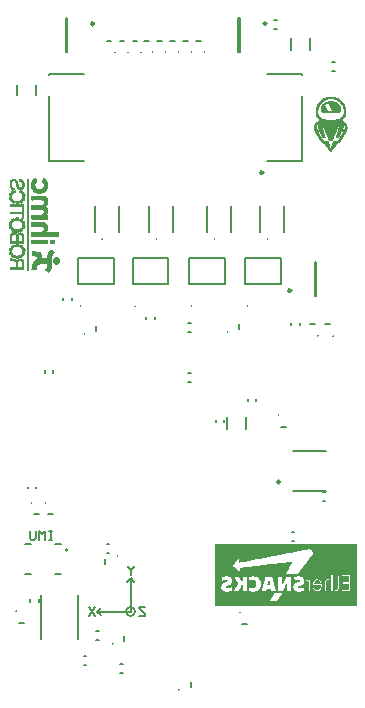
<source format=gbo>
G04*
G04 #@! TF.GenerationSoftware,Altium Limited,Altium Designer,21.0.9 (235)*
G04*
G04 Layer_Color=32896*
%FSLAX25Y25*%
%MOIN*%
G70*
G04*
G04 #@! TF.SameCoordinates,4C2DBE1E-8494-471D-9509-704978DB3033*
G04*
G04*
G04 #@! TF.FilePolarity,Positive*
G04*
G01*
G75*
%ADD10C,0.00787*%
%ADD11C,0.00700*%
%ADD12C,0.00984*%
%ADD17C,0.00600*%
%ADD18C,0.00500*%
%ADD22C,0.00669*%
%ADD146C,0.00100*%
%ADD147C,0.00040*%
D10*
X24016Y48825D02*
G03*
X24016Y48825I-394J0D01*
G01*
X7249Y200328D02*
Y203872D01*
X13351Y200328D02*
Y203872D01*
X10827Y69488D02*
Y69882D01*
X13583Y69488D02*
Y69882D01*
X112205Y211319D02*
X112992D01*
X112205Y208366D02*
X112992D01*
X33606Y21676D02*
X34394D01*
X33606Y18724D02*
X34394D01*
X29302Y13513D02*
X30090D01*
X29302Y10560D02*
X30090D01*
X41506Y10676D02*
X42294D01*
X41506Y7724D02*
X42294D01*
X14469Y31496D02*
Y32283D01*
X11516Y31496D02*
Y32283D01*
X37008Y50689D02*
X37795D01*
X37008Y47736D02*
X37795D01*
X98819Y54626D02*
X99606D01*
X98819Y51673D02*
X99606D01*
X64173Y124311D02*
X64961D01*
X64173Y121358D02*
X64961D01*
X23417Y226181D02*
X23827D01*
Y214764D02*
Y226181D01*
X23417Y214764D02*
Y226181D01*
Y214764D02*
X23827D01*
X80897Y226181D02*
X81308D01*
Y214764D02*
Y226181D01*
X80897Y214764D02*
Y226181D01*
Y214764D02*
X81308D01*
X102244Y206909D02*
Y207421D01*
X90608D02*
X102244D01*
Y178405D02*
Y199941D01*
X90608Y178405D02*
X102244D01*
X17835Y207421D02*
X29471D01*
X17835Y206909D02*
Y207421D01*
Y178405D02*
Y199941D01*
Y178405D02*
X29471D01*
X109055Y65059D02*
X109843D01*
X109055Y68012D02*
X109843D01*
X98524Y123622D02*
Y124409D01*
X101476Y123622D02*
Y124409D01*
X64173Y104823D02*
X64961D01*
X64173Y107776D02*
X64961D01*
X50098Y125591D02*
Y126378D01*
X53051Y125591D02*
Y126378D01*
X19276Y107806D02*
Y108594D01*
X16324Y107806D02*
Y108594D01*
X22424Y131906D02*
Y132694D01*
X25376Y131906D02*
Y132694D01*
X73327Y91339D02*
Y92126D01*
X76279Y91339D02*
Y92126D01*
X83957Y98425D02*
Y99213D01*
X86910Y98425D02*
Y99213D01*
X92913Y222539D02*
X93701D01*
X92913Y225492D02*
X93701D01*
X106488Y133268D02*
X106898D01*
X106488D02*
Y144685D01*
X106898D01*
Y133268D02*
Y144685D01*
X99213Y81890D02*
X110236D01*
X99213Y68504D02*
X110236D01*
D11*
X44000Y214604D02*
G03*
X44000Y214604I-100J0D01*
G01*
X11981Y64530D02*
G03*
X11981Y64530I-100J0D01*
G01*
X16623D02*
G03*
X16623Y64530I-100J0D01*
G01*
X48357Y214604D02*
G03*
X48357Y214604I-100J0D01*
G01*
X52294D02*
G03*
X52294Y214604I-100J0D01*
G01*
X56624D02*
G03*
X56624Y214604I-100J0D01*
G01*
X6900Y28300D02*
G03*
X6900Y28300I-100J0D01*
G01*
X40614Y46682D02*
G03*
X40614Y46682I-100J0D01*
G01*
X94363Y93664D02*
G03*
X94363Y93664I-100J0D01*
G01*
X77302Y121428D02*
G03*
X77302Y121428I-100J0D01*
G01*
X60955Y214604D02*
G03*
X60955Y214604I-100J0D01*
G01*
X65286D02*
G03*
X65286Y214604I-100J0D01*
G01*
X69617D02*
G03*
X69617Y214604I-100J0D01*
G01*
X39700D02*
G03*
X39700Y214604I-100J0D01*
G01*
X112530Y120116D02*
G03*
X112530Y120116I-100J0D01*
G01*
X107412D02*
G03*
X107412Y120116I-100J0D01*
G01*
X29665Y120641D02*
G03*
X29665Y120641I-100J0D01*
G01*
X81371Y27916D02*
G03*
X81371Y27916I-100J0D01*
G01*
X39113Y17491D02*
G03*
X39113Y17491I-100J0D01*
G01*
X61161Y2137D02*
G03*
X61161Y2137I-100J0D01*
G01*
X49700Y29799D02*
X47701D01*
Y29299D01*
X49700Y27300D01*
Y26800D01*
X47701D01*
X33100Y29699D02*
X31101Y26700D01*
Y29699D02*
X33100Y26700D01*
X46000Y43499D02*
Y42999D01*
X45000Y42000D01*
X44001Y42999D01*
Y43499D01*
X45000Y42000D02*
Y40500D01*
X18800Y55199D02*
X17800D01*
X18300D01*
Y52200D01*
X18800D01*
X17800D01*
X16301D02*
Y55199D01*
X15301Y54199D01*
X14301Y55199D01*
Y52200D01*
X13302Y55199D02*
Y52700D01*
X12802Y52200D01*
X11802D01*
X11302Y52700D01*
Y55199D01*
D12*
X32788Y224213D02*
G03*
X32788Y224213I-492J0D01*
G01*
X90268D02*
G03*
X90268Y224213I-492J0D01*
G01*
X89153Y174587D02*
G03*
X89153Y174587I-492J0D01*
G01*
X98511Y135236D02*
G03*
X98511Y135236I-492J0D01*
G01*
X94784Y71457D02*
G03*
X94784Y71457I-492J0D01*
G01*
D17*
X46459Y28200D02*
G03*
X46459Y28200I-1500J0D01*
G01*
X65336Y130000D02*
G03*
X65336Y130000I-100J0D01*
G01*
X83934D02*
G03*
X83934Y130000I-100J0D01*
G01*
X46439D02*
G03*
X46439Y130000I-100J0D01*
G01*
X28328D02*
G03*
X28328Y130000I-100J0D01*
G01*
X72935Y152323D02*
G03*
X72935Y152323I-100J0D01*
G01*
X90651D02*
G03*
X90651Y152323I-100J0D01*
G01*
X35533D02*
G03*
X35533Y152323I-100J0D01*
G01*
X53643D02*
G03*
X53643Y152323I-100J0D01*
G01*
X44959Y39400D02*
X46177Y38064D01*
X43777D02*
X44959Y39400D01*
X33664Y28182D02*
X35000Y27000D01*
X33664Y28182D02*
X35000Y29400D01*
X33759Y28200D02*
X44959D01*
Y39400D01*
D18*
X41301Y218504D02*
X42901D01*
X12880Y60630D02*
X14480D01*
X17522D02*
X19122D01*
X45657Y218504D02*
X47257D01*
X49594D02*
X51194D01*
X53925D02*
X55525D01*
X7799Y24400D02*
X9399D01*
X19646Y50597D02*
X21654D01*
X19646Y40754D02*
X21654D01*
X9843Y50597D02*
X11850D01*
X9843Y40754D02*
X11850D01*
X36614Y44082D02*
Y45682D01*
X95262Y89763D02*
X96862D01*
X81103Y122428D02*
Y124028D01*
X58256Y218504D02*
X59856D01*
X62586D02*
X64187D01*
X66917D02*
X68517D01*
X37001D02*
X38601D01*
X14961Y18898D02*
Y33858D01*
X27559Y18898D02*
Y33858D01*
X109831Y124016D02*
X111431D01*
X104712D02*
X106312D01*
X33465Y121640D02*
Y123240D01*
X82270Y24015D02*
X83870D01*
X42914Y18491D02*
Y20091D01*
X64961Y3136D02*
Y4736D01*
D22*
X104823Y215361D02*
Y219298D01*
X98327Y215361D02*
Y219298D01*
X77067Y88976D02*
Y92913D01*
X83563Y88976D02*
Y92913D01*
X76457Y137559D02*
Y145905D01*
X64567D02*
X76457D01*
X64567Y137559D02*
X76457D01*
X64567D02*
Y145905D01*
X95054Y137559D02*
Y145905D01*
X83165D02*
X95054D01*
X83165Y137559D02*
X95054D01*
X83165D02*
Y145905D01*
X57559Y137559D02*
Y145905D01*
X45669D02*
X57559D01*
X45669Y137559D02*
Y145905D01*
Y137559D02*
X57559D01*
X39449D02*
Y145905D01*
X27559D02*
X39449D01*
X27559Y137559D02*
Y145905D01*
Y137559D02*
X39449D01*
X70354Y154764D02*
Y163425D01*
X78405Y154724D02*
Y163386D01*
X96122Y154724D02*
Y163386D01*
X88071Y154764D02*
Y163425D01*
X32953Y154764D02*
Y163425D01*
X41004Y154724D02*
Y163386D01*
X59114Y154724D02*
Y163386D01*
X51063Y154764D02*
Y163425D01*
D146*
X21100Y144900D02*
Y145600D01*
X21000Y144800D02*
Y145700D01*
X20900Y144600D02*
Y145900D01*
Y153600D02*
Y154700D01*
X20800Y144500D02*
Y146000D01*
Y153500D02*
Y154800D01*
X20700Y144400D02*
Y146100D01*
Y153500D02*
Y154800D01*
X20600Y144400D02*
Y146200D01*
Y153500D02*
Y154800D01*
X20500Y144300D02*
Y146200D01*
Y153500D02*
Y154800D01*
X20400Y144300D02*
Y146200D01*
Y153500D02*
Y154800D01*
X20300Y144200D02*
Y146300D01*
Y153500D02*
Y154800D01*
X20200Y144200D02*
Y146300D01*
Y153500D02*
Y154800D01*
X20100Y144200D02*
Y146300D01*
Y153500D02*
Y154800D01*
X20000Y144200D02*
Y146300D01*
Y153500D02*
Y154800D01*
X19900Y144200D02*
Y146300D01*
Y153500D02*
Y154800D01*
X19800Y144200D02*
Y146300D01*
Y153500D02*
Y154800D01*
X19700Y144300D02*
Y146200D01*
Y153500D02*
Y154800D01*
X19600Y144300D02*
Y146200D01*
Y150900D02*
Y152100D01*
Y153500D02*
Y154800D01*
X19500Y144400D02*
Y146100D01*
Y150900D02*
Y152200D01*
Y153500D02*
Y154800D01*
X19400Y144500D02*
Y146000D01*
Y150900D02*
Y152100D01*
Y153500D02*
Y154800D01*
X19300Y144600D02*
Y146000D01*
Y147900D02*
Y148100D01*
Y150900D02*
Y152100D01*
Y153500D02*
Y154800D01*
X19200Y144700D02*
Y145800D01*
Y147800D02*
Y148200D01*
Y150900D02*
Y152100D01*
Y153500D02*
Y154800D01*
X19100Y144900D02*
Y145600D01*
Y147700D02*
Y148300D01*
Y150900D02*
Y152100D01*
Y153500D02*
Y154800D01*
X19000Y147600D02*
Y148400D01*
Y150900D02*
Y152100D01*
Y153500D02*
Y154800D01*
X18900Y147500D02*
Y148400D01*
Y150900D02*
Y152100D01*
Y153500D02*
Y154800D01*
X18800Y147300D02*
Y148500D01*
Y150900D02*
Y152100D01*
Y153500D02*
Y154800D01*
X18700Y147200D02*
Y148600D01*
Y150900D02*
Y152100D01*
Y153500D02*
Y154800D01*
X18600Y146900D02*
Y148700D01*
Y150900D02*
Y152100D01*
Y153500D02*
Y154800D01*
X18500Y143300D02*
Y144800D01*
Y146600D02*
Y148800D01*
Y150900D02*
Y152100D01*
Y153500D02*
Y154800D01*
X18400Y142800D02*
Y148800D01*
Y150900D02*
Y152100D01*
Y153500D02*
Y154800D01*
X18300Y142600D02*
Y148700D01*
Y150900D02*
Y152100D01*
Y153500D02*
Y154800D01*
X18200Y142400D02*
Y148600D01*
Y150900D02*
Y152200D01*
Y153500D02*
Y154800D01*
X18100Y142200D02*
Y148600D01*
Y153500D02*
Y154800D01*
X18000Y142000D02*
Y148500D01*
Y153500D02*
Y154800D01*
X17900Y141900D02*
Y148400D01*
Y153500D02*
Y154800D01*
X17800Y141700D02*
Y148300D01*
Y153500D02*
Y154800D01*
X17700Y141600D02*
Y148200D01*
Y153500D02*
Y154800D01*
X17600Y141500D02*
Y148000D01*
Y153500D02*
Y154800D01*
X17500Y141600D02*
Y147800D01*
Y153500D02*
Y154800D01*
X17400Y141700D02*
Y147700D01*
Y153500D02*
Y154800D01*
X17300Y141700D02*
Y147400D01*
Y153500D02*
Y154800D01*
X17200Y141800D02*
Y147100D01*
Y153500D02*
Y154800D01*
X17100Y141900D02*
Y143300D01*
Y144500D02*
Y146600D01*
Y153500D02*
Y154800D01*
Y155500D02*
Y156800D01*
Y161200D02*
Y162600D01*
Y164300D02*
Y165700D01*
Y169600D02*
Y171200D01*
X17000Y141900D02*
Y143000D01*
Y144500D02*
Y146000D01*
Y150900D02*
Y152100D01*
Y153500D02*
Y154800D01*
Y155300D02*
Y157000D01*
Y159200D02*
Y160500D01*
Y161000D02*
Y162800D01*
Y164100D02*
Y165900D01*
Y169400D02*
Y171400D01*
X16900Y142000D02*
Y142800D01*
Y144500D02*
Y145900D01*
Y150900D02*
Y152100D01*
Y153500D02*
Y154800D01*
Y155100D02*
Y157200D01*
Y159200D02*
Y160500D01*
Y160800D02*
Y162900D01*
Y163900D02*
Y166100D01*
Y169100D02*
Y171600D01*
X16800Y142100D02*
Y142700D01*
Y144500D02*
Y146000D01*
Y150900D02*
Y152100D01*
Y153500D02*
Y154800D01*
Y155000D02*
Y157400D01*
Y159200D02*
Y160500D01*
Y160700D02*
Y163100D01*
Y163800D02*
Y166300D01*
Y169000D02*
Y171800D01*
X16700Y142200D02*
Y142500D01*
Y144500D02*
Y146000D01*
Y150900D02*
Y152100D01*
Y153500D02*
Y154800D01*
Y154900D02*
Y157500D01*
Y159200D02*
Y160500D01*
Y160600D02*
Y163200D01*
Y163600D02*
Y166400D01*
Y168800D02*
Y172000D01*
X16600Y142200D02*
Y142400D01*
Y144500D02*
Y145900D01*
Y150900D02*
Y152100D01*
Y153500D02*
Y154700D01*
Y154800D02*
Y157600D01*
Y159200D02*
Y163300D01*
Y163500D02*
Y166500D01*
Y168700D02*
Y172100D01*
X16500Y144500D02*
Y145900D01*
Y150900D02*
Y152100D01*
Y153500D02*
Y157600D01*
Y159200D02*
Y163300D01*
Y163400D02*
Y166500D01*
Y168600D02*
Y172200D01*
X16400Y144500D02*
Y145900D01*
Y150900D02*
Y152100D01*
Y153500D02*
Y157700D01*
Y159200D02*
Y166600D01*
Y168500D02*
Y172300D01*
X16300Y144500D02*
Y145900D01*
Y150900D02*
Y152100D01*
Y153500D02*
Y157800D01*
Y159200D02*
Y166600D01*
Y168400D02*
Y172400D01*
X16200Y144500D02*
Y145900D01*
Y150900D02*
Y152100D01*
Y153500D02*
Y157800D01*
Y159200D02*
Y166700D01*
Y168300D02*
Y172500D01*
X16100Y144500D02*
Y145900D01*
Y150900D02*
Y152100D01*
Y153500D02*
Y157900D01*
Y159200D02*
Y166700D01*
Y168300D02*
Y172600D01*
X16000Y144500D02*
Y145900D01*
Y150900D02*
Y152100D01*
Y153500D02*
Y155600D01*
Y156200D02*
Y157900D01*
Y159200D02*
Y161200D01*
Y161900D02*
Y164400D01*
Y165100D02*
Y166700D01*
Y168200D02*
Y170000D01*
Y170800D02*
Y172600D01*
X15900Y144500D02*
Y145900D01*
Y150900D02*
Y152100D01*
Y153500D02*
Y155400D01*
Y156400D02*
Y157900D01*
Y159200D02*
Y161000D01*
Y162100D02*
Y164200D01*
Y165300D02*
Y166800D01*
Y168100D02*
Y169800D01*
Y171000D02*
Y172600D01*
X15800Y144500D02*
Y145900D01*
Y150900D02*
Y152100D01*
Y153500D02*
Y155200D01*
Y156500D02*
Y157900D01*
Y159200D02*
Y160800D01*
Y162200D02*
Y164000D01*
Y165400D02*
Y166800D01*
Y168100D02*
Y169600D01*
Y171200D02*
Y172400D01*
X15700Y144500D02*
Y145900D01*
Y150900D02*
Y152100D01*
Y153500D02*
Y155100D01*
Y156600D02*
Y158000D01*
Y159200D02*
Y160800D01*
Y162300D02*
Y163900D01*
Y165500D02*
Y166800D01*
Y168000D02*
Y169500D01*
Y171400D02*
Y172300D01*
X15600Y144500D02*
Y145900D01*
Y150900D02*
Y152100D01*
Y153500D02*
Y155000D01*
Y156600D02*
Y158000D01*
Y159200D02*
Y160700D01*
Y162300D02*
Y163800D01*
Y165500D02*
Y166800D01*
Y168000D02*
Y169400D01*
Y171500D02*
Y172200D01*
X15500Y144500D02*
Y145900D01*
Y150900D02*
Y152100D01*
Y153500D02*
Y154900D01*
Y156700D02*
Y158000D01*
Y159200D02*
Y160600D01*
Y162400D02*
Y163800D01*
Y165500D02*
Y166800D01*
Y167900D02*
Y169300D01*
Y171600D02*
Y172000D01*
X15400Y144500D02*
Y145900D01*
Y150900D02*
Y152100D01*
Y153500D02*
Y154900D01*
Y156700D02*
Y158000D01*
Y159200D02*
Y160600D01*
Y162400D02*
Y163700D01*
Y165500D02*
Y166800D01*
Y167900D02*
Y169300D01*
Y171700D02*
Y171900D01*
X15300Y144400D02*
Y145900D01*
Y150900D02*
Y152100D01*
Y153500D02*
Y154900D01*
Y156800D02*
Y158000D01*
Y159200D02*
Y160500D01*
Y162400D02*
Y163700D01*
Y165600D02*
Y166800D01*
Y167900D02*
Y169200D01*
X15200Y144400D02*
Y145900D01*
Y150900D02*
Y152100D01*
Y153500D02*
Y154800D01*
Y156800D02*
Y158000D01*
Y159200D02*
Y160500D01*
Y162400D02*
Y163700D01*
Y165600D02*
Y166800D01*
Y167800D02*
Y169200D01*
X15100Y144400D02*
Y147100D01*
Y150900D02*
Y152100D01*
Y153500D02*
Y154800D01*
Y156800D02*
Y158000D01*
Y159200D02*
Y160500D01*
Y162400D02*
Y163700D01*
Y165600D02*
Y166800D01*
Y167800D02*
Y169100D01*
X15000Y144400D02*
Y147500D01*
Y150900D02*
Y152100D01*
Y153500D02*
Y154800D01*
Y156800D02*
Y158000D01*
Y159200D02*
Y160500D01*
Y162400D02*
Y163700D01*
Y165600D02*
Y166800D01*
Y167800D02*
Y169100D01*
X14900Y144400D02*
Y147700D01*
Y150900D02*
Y152100D01*
Y153500D02*
Y154800D01*
Y156800D02*
Y158000D01*
Y159200D02*
Y160500D01*
Y162400D02*
Y163700D01*
Y165600D02*
Y166800D01*
Y167800D02*
Y169100D01*
X14800Y144300D02*
Y147800D01*
Y150900D02*
Y152100D01*
Y153500D02*
Y154800D01*
Y156800D02*
Y158000D01*
Y159200D02*
Y160500D01*
Y162400D02*
Y163700D01*
Y165600D02*
Y166800D01*
Y167800D02*
Y169100D01*
X14700Y144300D02*
Y147900D01*
Y150900D02*
Y152100D01*
Y153500D02*
Y154800D01*
Y156800D02*
Y158000D01*
Y159200D02*
Y160500D01*
Y162400D02*
Y163700D01*
Y165600D02*
Y166800D01*
Y167700D02*
Y169000D01*
X14600Y144400D02*
Y147900D01*
Y150900D02*
Y152100D01*
Y153500D02*
Y154800D01*
Y156800D02*
Y158000D01*
Y159200D02*
Y160500D01*
Y162400D02*
Y163700D01*
Y165600D02*
Y166800D01*
Y167700D02*
Y169000D01*
X14500Y144300D02*
Y148000D01*
Y150900D02*
Y152100D01*
Y153500D02*
Y154800D01*
Y156800D02*
Y158000D01*
Y159200D02*
Y160500D01*
Y162400D02*
Y163700D01*
Y165600D02*
Y166800D01*
Y167700D02*
Y169000D01*
X14400Y144300D02*
Y148000D01*
Y150900D02*
Y152100D01*
Y153500D02*
Y154800D01*
Y156800D02*
Y158000D01*
Y159200D02*
Y160500D01*
Y162400D02*
Y163700D01*
Y165600D02*
Y166800D01*
Y167700D02*
Y169000D01*
X14300Y144200D02*
Y148100D01*
Y150900D02*
Y152100D01*
Y153500D02*
Y154800D01*
Y156800D02*
Y158000D01*
Y159200D02*
Y160500D01*
Y162400D02*
Y163700D01*
Y165600D02*
Y166800D01*
Y167700D02*
Y169000D01*
X14200Y144200D02*
Y148100D01*
Y150900D02*
Y152100D01*
Y153500D02*
Y154800D01*
Y156800D02*
Y158000D01*
Y159200D02*
Y160500D01*
Y162400D02*
Y163700D01*
Y165600D02*
Y166800D01*
Y167800D02*
Y169100D01*
X14100Y144200D02*
Y148100D01*
Y150900D02*
Y152100D01*
Y153500D02*
Y154800D01*
Y156800D02*
Y158000D01*
Y159200D02*
Y160500D01*
Y162400D02*
Y163700D01*
Y165600D02*
Y166800D01*
Y167800D02*
Y169100D01*
X14000Y144100D02*
Y148100D01*
Y150900D02*
Y152100D01*
Y153500D02*
Y154800D01*
Y156800D02*
Y158000D01*
Y159200D02*
Y160500D01*
Y162400D02*
Y163700D01*
Y165600D02*
Y166800D01*
Y167800D02*
Y169100D01*
X13900Y144100D02*
Y148200D01*
Y150900D02*
Y152100D01*
Y153500D02*
Y154800D01*
Y156800D02*
Y158000D01*
Y159200D02*
Y160500D01*
Y162400D02*
Y163700D01*
Y165600D02*
Y166800D01*
Y167800D02*
Y169100D01*
X13800Y143900D02*
Y148200D01*
Y150900D02*
Y152100D01*
Y153500D02*
Y154800D01*
Y156800D02*
Y158000D01*
Y159200D02*
Y160500D01*
Y162400D02*
Y163700D01*
Y165600D02*
Y166800D01*
Y167800D02*
Y169200D01*
X13700Y143700D02*
Y145800D01*
Y146600D02*
Y148200D01*
Y150900D02*
Y152100D01*
Y153500D02*
Y154800D01*
Y156800D02*
Y158000D01*
Y159200D02*
Y160500D01*
Y162400D02*
Y163700D01*
Y165600D02*
Y166800D01*
Y167900D02*
Y169200D01*
X13600Y143500D02*
Y145600D01*
Y146700D02*
Y148200D01*
Y150900D02*
Y152100D01*
Y153500D02*
Y154800D01*
Y156800D02*
Y158000D01*
Y159200D02*
Y160500D01*
Y162400D02*
Y163700D01*
Y165600D02*
Y166800D01*
Y167900D02*
Y169200D01*
Y171800D02*
Y172000D01*
X13500Y143200D02*
Y145500D01*
Y146800D02*
Y148200D01*
Y150900D02*
Y152100D01*
Y153500D02*
Y154800D01*
Y156800D02*
Y158000D01*
Y159200D02*
Y160500D01*
Y162400D02*
Y163700D01*
Y165600D02*
Y166800D01*
Y167900D02*
Y169300D01*
Y171700D02*
Y172200D01*
X13400Y142900D02*
Y145400D01*
Y146800D02*
Y148200D01*
Y150900D02*
Y152100D01*
Y153500D02*
Y154800D01*
Y156800D02*
Y158000D01*
Y159200D02*
Y160500D01*
Y162400D02*
Y163700D01*
Y165600D02*
Y166800D01*
Y167900D02*
Y169400D01*
Y171600D02*
Y172300D01*
X13300Y142500D02*
Y145400D01*
Y146800D02*
Y148200D01*
Y150900D02*
Y152100D01*
Y153500D02*
Y154800D01*
Y156800D02*
Y158000D01*
Y159200D02*
Y160500D01*
Y162400D02*
Y163700D01*
Y165600D02*
Y166800D01*
Y168000D02*
Y169400D01*
Y171500D02*
Y172400D01*
X13200Y142300D02*
Y145300D01*
Y146800D02*
Y148200D01*
Y150900D02*
Y152100D01*
Y153500D02*
Y154800D01*
Y156800D02*
Y158000D01*
Y159200D02*
Y160500D01*
Y162400D02*
Y163700D01*
Y165600D02*
Y166800D01*
Y168000D02*
Y169600D01*
Y171300D02*
Y172600D01*
X13100Y142300D02*
Y145200D01*
Y146900D02*
Y148300D01*
Y150900D02*
Y152100D01*
Y153500D02*
Y154800D01*
Y156800D02*
Y158000D01*
Y159200D02*
Y160500D01*
Y162400D02*
Y163700D01*
Y165600D02*
Y166800D01*
Y168100D02*
Y169700D01*
Y171200D02*
Y172700D01*
X13000Y142300D02*
Y145100D01*
Y146900D02*
Y148300D01*
Y150900D02*
Y152100D01*
Y153500D02*
Y154800D01*
Y156800D02*
Y158000D01*
Y159200D02*
Y160500D01*
Y162400D02*
Y163700D01*
Y165600D02*
Y166800D01*
Y168100D02*
Y170000D01*
Y170900D02*
Y172700D01*
X12900Y142300D02*
Y145000D01*
Y146900D02*
Y148300D01*
Y150900D02*
Y152100D01*
Y153500D02*
Y154800D01*
Y156800D02*
Y158000D01*
Y159200D02*
Y160500D01*
Y162400D02*
Y163700D01*
Y165600D02*
Y166800D01*
Y168200D02*
Y172700D01*
X12800Y142300D02*
Y144900D01*
Y146900D02*
Y148300D01*
Y150900D02*
Y152100D01*
Y153500D02*
Y154800D01*
Y156800D02*
Y158000D01*
Y159200D02*
Y160500D01*
Y162400D02*
Y163700D01*
Y165600D02*
Y166800D01*
Y168300D02*
Y172600D01*
X12700Y142300D02*
Y144800D01*
Y146900D02*
Y148300D01*
Y150900D02*
Y152100D01*
Y153500D02*
Y154800D01*
Y156800D02*
Y158000D01*
Y159200D02*
Y160500D01*
Y162400D02*
Y163700D01*
Y165600D02*
Y166800D01*
Y168300D02*
Y172500D01*
X12600Y142300D02*
Y144700D01*
Y146900D02*
Y148300D01*
Y150900D02*
Y152100D01*
Y153500D02*
Y154800D01*
Y156800D02*
Y158000D01*
Y159200D02*
Y160500D01*
Y162400D02*
Y163700D01*
Y165600D02*
Y166800D01*
Y168400D02*
Y172400D01*
X12500Y142300D02*
Y144600D01*
Y146900D02*
Y148300D01*
Y150900D02*
Y152100D01*
Y153500D02*
Y154800D01*
Y156800D02*
Y158000D01*
Y159200D02*
Y160500D01*
Y162400D02*
Y163700D01*
Y165600D02*
Y166800D01*
Y168500D02*
Y172300D01*
X12400Y142300D02*
Y144400D01*
Y147000D02*
Y148300D01*
Y150900D02*
Y152100D01*
Y153500D02*
Y154800D01*
Y156800D02*
Y158000D01*
Y159200D02*
Y160500D01*
Y162400D02*
Y163700D01*
Y165600D02*
Y166800D01*
Y168600D02*
Y172100D01*
X12300Y142300D02*
Y144200D01*
Y147000D02*
Y148300D01*
Y150900D02*
Y152100D01*
Y153500D02*
Y154800D01*
Y156800D02*
Y158000D01*
Y159200D02*
Y160500D01*
Y162400D02*
Y163700D01*
Y165600D02*
Y166800D01*
Y168700D02*
Y172000D01*
X12200Y142300D02*
Y143900D01*
Y147000D02*
Y148300D01*
Y150900D02*
Y152100D01*
Y153500D02*
Y154800D01*
Y156800D02*
Y158000D01*
Y159200D02*
Y160500D01*
Y162400D02*
Y163700D01*
Y165600D02*
Y166800D01*
Y168900D02*
Y171900D01*
X12100Y142300D02*
Y143600D01*
Y147000D02*
Y148300D01*
Y150900D02*
Y152100D01*
Y153500D02*
Y154800D01*
Y156800D02*
Y158000D01*
Y159200D02*
Y160500D01*
Y162400D02*
Y163700D01*
Y165600D02*
Y166800D01*
Y169000D02*
Y171700D01*
X12000Y142300D02*
Y143200D01*
Y150900D02*
Y152100D01*
Y153500D02*
Y154800D01*
Y156800D02*
Y158000D01*
Y159200D02*
Y160500D01*
Y162400D02*
Y163700D01*
Y165500D02*
Y166800D01*
Y169200D02*
Y171500D01*
X11900Y142300D02*
Y142500D01*
Y150900D02*
Y152100D01*
Y153500D02*
Y154700D01*
Y156800D02*
Y158000D01*
Y159300D02*
Y160500D01*
Y162500D02*
Y163600D01*
Y165600D02*
Y166800D01*
Y169500D02*
Y171300D01*
X11800Y169800D02*
Y170900D01*
X10700Y142100D02*
Y142500D01*
Y142600D02*
Y142800D01*
Y142900D02*
Y143100D01*
Y143200D02*
Y143900D01*
Y144000D02*
Y144200D01*
Y144300D02*
Y144500D01*
Y144600D02*
Y144800D01*
Y144900D02*
Y145600D01*
Y145700D02*
Y145900D01*
Y146000D02*
Y146200D01*
Y146300D02*
Y146500D01*
Y146600D02*
Y147300D01*
Y147400D02*
Y147600D01*
Y147700D02*
Y147900D01*
Y148000D02*
Y148200D01*
Y148300D02*
Y148500D01*
Y148600D02*
Y149600D01*
Y149700D02*
Y149900D01*
Y150000D02*
Y150200D01*
Y150300D02*
Y151000D01*
Y151100D02*
Y151300D01*
Y151400D02*
Y151600D01*
Y151700D02*
Y151900D01*
Y152000D02*
Y152200D01*
Y152300D02*
Y153000D01*
Y153100D02*
Y153300D01*
Y153400D02*
Y153600D01*
Y153700D02*
Y153900D01*
Y154000D02*
Y154700D01*
Y154800D02*
Y155000D01*
Y155100D02*
Y155300D01*
Y155400D02*
Y155600D01*
Y155700D02*
Y155900D01*
Y156000D02*
Y156400D01*
Y156500D02*
Y157000D01*
Y157100D02*
Y157300D01*
Y157400D02*
Y157600D01*
Y157700D02*
Y158700D01*
Y158800D02*
Y159000D01*
Y159100D02*
Y159300D01*
Y159400D02*
Y160100D01*
Y160200D02*
Y160400D01*
Y160500D02*
Y160700D01*
Y160800D02*
Y161000D01*
Y161100D02*
Y161300D01*
Y161400D02*
Y162100D01*
Y162200D02*
Y162400D01*
Y162500D02*
Y162700D01*
Y162800D02*
Y163000D01*
Y163100D02*
Y163800D01*
Y163900D02*
Y164100D01*
Y164200D02*
Y164400D01*
Y164500D02*
Y164700D01*
Y164800D02*
Y165000D01*
Y165100D02*
Y165500D01*
Y165600D02*
Y166100D01*
Y166200D02*
Y166400D01*
Y166500D02*
Y166700D01*
Y166800D02*
Y167800D01*
Y167900D02*
Y168100D01*
Y168200D02*
Y168400D01*
Y168500D02*
Y169200D01*
Y169300D02*
Y169500D01*
Y169600D02*
Y169800D01*
Y169900D02*
Y170100D01*
Y170200D02*
Y170400D01*
Y170500D02*
Y171200D01*
Y171300D02*
Y171500D01*
Y171600D02*
Y171800D01*
Y171900D02*
Y172100D01*
Y172200D02*
Y172400D01*
X10600Y142100D02*
Y142200D01*
Y142300D02*
Y142500D01*
Y142600D02*
Y142800D01*
Y142900D02*
Y143600D01*
Y143700D02*
Y143900D01*
Y144000D02*
Y144200D01*
Y144300D02*
Y144800D01*
Y144900D02*
Y145300D01*
Y145400D02*
Y145600D01*
Y145700D02*
Y145900D01*
Y146000D02*
Y146500D01*
Y146600D02*
Y147300D01*
Y147400D02*
Y147600D01*
Y147700D02*
Y147900D01*
Y148000D02*
Y148200D01*
Y148300D02*
Y149000D01*
Y149100D02*
Y149300D01*
Y149400D02*
Y149600D01*
Y149700D02*
Y150200D01*
Y150300D02*
Y151000D01*
Y151100D02*
Y151300D01*
Y151400D02*
Y151600D01*
Y151700D02*
Y151900D01*
Y152000D02*
Y152700D01*
Y152800D02*
Y153000D01*
Y153100D02*
Y153300D01*
Y153400D02*
Y153900D01*
Y154000D02*
Y154700D01*
Y154800D02*
Y155000D01*
Y155100D02*
Y155600D01*
Y155700D02*
Y156400D01*
Y156500D02*
Y156700D01*
Y156800D02*
Y157000D01*
Y157100D02*
Y157300D01*
Y157400D02*
Y158100D01*
Y158200D02*
Y158700D01*
Y158800D02*
Y159300D01*
Y159400D02*
Y160100D01*
Y160200D02*
Y160400D01*
Y160500D02*
Y160700D01*
Y160800D02*
Y161000D01*
Y161100D02*
Y161800D01*
Y161900D02*
Y162100D01*
Y162200D02*
Y162400D01*
Y162500D02*
Y163000D01*
Y163100D02*
Y163800D01*
Y163900D02*
Y164100D01*
Y164200D02*
Y164700D01*
Y164800D02*
Y165500D01*
Y165600D02*
Y165800D01*
Y165900D02*
Y166100D01*
Y166200D02*
Y166400D01*
Y166500D02*
Y167200D01*
Y167300D02*
Y167800D01*
Y167900D02*
Y168400D01*
Y168500D02*
Y169200D01*
Y169300D02*
Y169500D01*
Y169600D02*
Y169800D01*
Y169900D02*
Y170100D01*
Y170200D02*
Y170900D01*
Y171000D02*
Y171200D01*
Y171300D02*
Y171500D01*
Y171600D02*
Y172100D01*
Y172200D02*
Y172400D01*
X9700Y148800D02*
Y148900D01*
Y156700D02*
Y156800D01*
Y167000D02*
Y167100D01*
X9600Y147700D02*
Y148100D01*
Y148800D02*
Y149200D01*
Y156400D02*
Y156800D01*
Y157500D02*
Y158000D01*
Y165800D02*
Y166300D01*
Y167000D02*
Y167400D01*
X9500Y147400D02*
Y148100D01*
Y148700D02*
Y149400D01*
Y156200D02*
Y156900D01*
Y157500D02*
Y158200D01*
Y165600D02*
Y166300D01*
Y166900D02*
Y167600D01*
X9400Y147400D02*
Y149500D01*
Y156100D02*
Y158300D01*
Y165500D02*
Y167700D01*
X9300Y147400D02*
Y149500D01*
Y156200D02*
Y158200D01*
Y165600D02*
Y167600D01*
Y170100D02*
Y171100D01*
X9200Y142400D02*
Y145000D01*
Y147400D02*
Y149400D01*
Y151200D02*
Y153700D01*
Y156200D02*
Y158200D01*
Y159400D02*
Y163100D01*
Y163400D02*
Y163900D01*
Y165600D02*
Y167600D01*
Y169800D02*
Y171500D01*
X9100Y142400D02*
Y145300D01*
Y147400D02*
Y149500D01*
Y151100D02*
Y154000D01*
Y156200D02*
Y158300D01*
Y159400D02*
Y163100D01*
Y163400D02*
Y163900D01*
Y165600D02*
Y167700D01*
Y169600D02*
Y171700D01*
X9000Y142400D02*
Y145400D01*
Y147200D02*
Y149700D01*
Y151100D02*
Y154100D01*
Y156000D02*
Y158400D01*
Y159400D02*
Y163100D01*
Y163400D02*
Y163900D01*
Y165400D02*
Y167900D01*
Y169500D02*
Y171800D01*
X8900Y142400D02*
Y145500D01*
Y146700D02*
Y146800D01*
Y147100D02*
Y149800D01*
Y150000D02*
Y150200D01*
Y151100D02*
Y154200D01*
Y155500D02*
Y155600D01*
Y155800D02*
Y158500D01*
Y158800D02*
Y158900D01*
Y159400D02*
Y163100D01*
Y163400D02*
Y163900D01*
Y164900D02*
Y165000D01*
Y165300D02*
Y168000D01*
Y168200D02*
Y168300D01*
Y169400D02*
Y171900D01*
X8800Y142400D02*
Y142900D01*
Y144600D02*
Y145600D01*
Y146600D02*
Y146900D01*
Y147000D02*
Y147800D01*
Y149100D02*
Y150200D01*
Y151100D02*
Y151600D01*
Y153300D02*
Y154300D01*
Y155400D02*
Y155700D01*
Y155800D02*
Y156600D01*
Y157800D02*
Y159000D01*
Y161000D02*
Y161500D01*
Y163400D02*
Y163900D01*
Y164800D02*
Y165100D01*
Y165200D02*
Y166100D01*
Y167200D02*
Y168400D01*
Y169300D02*
Y170000D01*
Y171200D02*
Y172000D01*
X8700Y142400D02*
Y142900D01*
Y145000D02*
Y145700D01*
Y146600D02*
Y147600D01*
Y149300D02*
Y150300D01*
Y151100D02*
Y151700D01*
Y153700D02*
Y154400D01*
Y155300D02*
Y156400D01*
Y158000D02*
Y159000D01*
Y161000D02*
Y161500D01*
Y163400D02*
Y163900D01*
Y164700D02*
Y165900D01*
Y167400D02*
Y168500D01*
Y169200D02*
Y169800D01*
Y171400D02*
Y172100D01*
X8600Y142400D02*
Y142900D01*
Y145100D02*
Y145700D01*
Y146500D02*
Y147500D01*
Y149400D02*
Y150300D01*
Y151100D02*
Y151700D01*
Y153800D02*
Y154500D01*
Y155300D02*
Y156200D01*
Y158200D02*
Y159100D01*
Y161000D02*
Y161500D01*
Y163400D02*
Y163900D01*
Y164700D02*
Y165700D01*
Y167600D02*
Y168500D01*
Y169200D02*
Y169700D01*
Y171500D02*
Y172200D01*
X8500Y142400D02*
Y142900D01*
Y145200D02*
Y145800D01*
Y146400D02*
Y147300D01*
Y149500D02*
Y150400D01*
Y151100D02*
Y151700D01*
Y153900D02*
Y154500D01*
Y155200D02*
Y156100D01*
Y158300D02*
Y159200D01*
Y161000D02*
Y161500D01*
Y163400D02*
Y163900D01*
Y164600D02*
Y165600D01*
Y167700D02*
Y168600D01*
Y169100D02*
Y169700D01*
Y171600D02*
Y172200D01*
X8400Y142400D02*
Y142900D01*
Y145300D02*
Y145800D01*
Y146400D02*
Y147300D01*
Y149600D02*
Y150500D01*
Y151100D02*
Y151700D01*
Y154000D02*
Y154500D01*
Y155100D02*
Y156000D01*
Y158400D02*
Y159200D01*
Y161000D02*
Y161500D01*
Y163400D02*
Y163900D01*
Y164600D02*
Y165500D01*
Y167800D02*
Y168700D01*
Y169100D02*
Y169600D01*
Y171700D02*
Y172200D01*
X8300Y142400D02*
Y142900D01*
Y145300D02*
Y145800D01*
Y146300D02*
Y147200D01*
Y149700D02*
Y150500D01*
Y151100D02*
Y151700D01*
Y154000D02*
Y154500D01*
Y155100D02*
Y155900D01*
Y158500D02*
Y159300D01*
Y161000D02*
Y161500D01*
Y163400D02*
Y163900D01*
Y164500D02*
Y165400D01*
Y167800D02*
Y168700D01*
Y169100D02*
Y169600D01*
Y171700D02*
Y172300D01*
X8200Y142400D02*
Y142900D01*
Y145300D02*
Y145800D01*
Y146400D02*
Y147100D01*
Y149700D02*
Y150400D01*
Y151100D02*
Y151700D01*
Y154000D02*
Y154600D01*
Y155200D02*
Y155900D01*
Y158500D02*
Y159200D01*
Y161000D02*
Y161500D01*
Y163400D02*
Y163900D01*
Y164600D02*
Y165400D01*
Y167900D02*
Y168600D01*
Y169000D02*
Y169600D01*
Y171800D02*
Y172300D01*
X8100Y142400D02*
Y142900D01*
Y145300D02*
Y145800D01*
Y146500D02*
Y147100D01*
Y149800D02*
Y150300D01*
Y151100D02*
Y151700D01*
Y154000D02*
Y154600D01*
Y155300D02*
Y155800D01*
Y158600D02*
Y159100D01*
Y161000D02*
Y161500D01*
Y163400D02*
Y163900D01*
Y164700D02*
Y165300D01*
Y167900D02*
Y168500D01*
Y169000D02*
Y169600D01*
Y171800D02*
Y172300D01*
X8000Y142400D02*
Y142900D01*
Y145300D02*
Y145800D01*
Y146500D02*
Y147000D01*
Y149900D02*
Y150400D01*
Y151100D02*
Y151700D01*
Y154000D02*
Y154600D01*
Y155200D02*
Y155800D01*
Y158600D02*
Y159200D01*
Y161000D02*
Y161500D01*
Y163400D02*
Y163900D01*
Y164700D02*
Y165300D01*
Y168000D02*
Y168500D01*
Y169000D02*
Y169600D01*
Y171800D02*
Y172300D01*
X7900Y142400D02*
Y142900D01*
Y145300D02*
Y145800D01*
Y146400D02*
Y146900D01*
Y149900D02*
Y150500D01*
Y151100D02*
Y151700D01*
Y154000D02*
Y154500D01*
Y155200D02*
Y155700D01*
Y158600D02*
Y159200D01*
Y161000D02*
Y161500D01*
Y163400D02*
Y163900D01*
Y164700D02*
Y165200D01*
Y168000D02*
Y168500D01*
Y169000D02*
Y169600D01*
Y171800D02*
Y172300D01*
X7800Y142400D02*
Y142900D01*
Y145300D02*
Y145800D01*
Y146400D02*
Y146900D01*
Y149900D02*
Y150500D01*
Y151100D02*
Y151700D01*
Y154000D02*
Y154500D01*
Y155100D02*
Y155700D01*
Y158700D02*
Y159200D01*
Y161000D02*
Y161500D01*
Y163400D02*
Y163900D01*
Y164600D02*
Y165200D01*
Y169100D02*
Y169600D01*
X7700Y142400D02*
Y142900D01*
Y145300D02*
Y145800D01*
Y146400D02*
Y146900D01*
Y149900D02*
Y150500D01*
Y151100D02*
Y151700D01*
Y154000D02*
Y154400D01*
Y155100D02*
Y155700D01*
Y158700D02*
Y159200D01*
Y161000D02*
Y161500D01*
Y163400D02*
Y163900D01*
Y164600D02*
Y165200D01*
Y169100D02*
Y169700D01*
X7600Y142400D02*
Y142900D01*
Y145300D02*
Y145800D01*
Y146400D02*
Y146900D01*
Y150000D02*
Y150500D01*
Y151100D02*
Y151700D01*
Y153900D02*
Y154400D01*
Y155100D02*
Y155700D01*
Y158800D02*
Y159300D01*
Y161000D02*
Y161500D01*
Y163400D02*
Y163900D01*
Y164600D02*
Y165100D01*
Y169100D02*
Y169800D01*
X7500Y142400D02*
Y142900D01*
Y145200D02*
Y145700D01*
Y146300D02*
Y146800D01*
Y150000D02*
Y150500D01*
Y151100D02*
Y151700D01*
Y153800D02*
Y154300D01*
Y155100D02*
Y155600D01*
Y158800D02*
Y159300D01*
Y161000D02*
Y161500D01*
Y163400D02*
Y163900D01*
Y164600D02*
Y165100D01*
Y169200D02*
Y170000D01*
X7400Y142400D02*
Y142900D01*
Y145100D02*
Y145700D01*
Y146100D02*
Y146800D01*
Y150000D02*
Y150800D01*
Y151100D02*
Y151700D01*
Y153600D02*
Y154200D01*
Y154800D02*
Y155600D01*
Y158800D02*
Y159600D01*
Y161000D02*
Y161500D01*
Y163400D02*
Y163900D01*
Y164200D02*
Y165100D01*
Y169300D02*
Y170400D01*
X7300Y142400D02*
Y142900D01*
Y145000D02*
Y145600D01*
Y146000D02*
Y146800D01*
Y150000D02*
Y150800D01*
Y151100D02*
Y154100D01*
Y154800D02*
Y155600D01*
Y158800D02*
Y159600D01*
Y161000D02*
Y161500D01*
Y163400D02*
Y163900D01*
Y164200D02*
Y165100D01*
Y169400D02*
Y170700D01*
X7200Y142400D02*
Y142900D01*
Y144700D02*
Y145500D01*
Y146000D02*
Y146800D01*
Y150100D02*
Y150800D01*
Y151100D02*
Y154000D01*
Y154800D02*
Y155600D01*
Y158800D02*
Y159600D01*
Y161000D02*
Y161500D01*
Y163400D02*
Y163900D01*
Y164200D02*
Y165100D01*
Y169500D02*
Y171200D01*
X7100Y142400D02*
Y145400D01*
Y146000D02*
Y146800D01*
Y150100D02*
Y150800D01*
Y151100D02*
Y154000D01*
Y154800D02*
Y155600D01*
Y158800D02*
Y159600D01*
Y161000D02*
Y161500D01*
Y163400D02*
Y163900D01*
Y164200D02*
Y165100D01*
Y169600D02*
Y171500D01*
X7000Y142400D02*
Y145300D01*
Y146000D02*
Y146800D01*
Y150100D02*
Y150800D01*
Y151100D02*
Y154200D01*
Y154800D02*
Y155600D01*
Y158800D02*
Y159600D01*
Y161000D02*
Y161500D01*
Y163400D02*
Y163900D01*
Y164200D02*
Y165100D01*
Y169900D02*
Y171800D01*
X6900Y142400D02*
Y145100D01*
Y146000D02*
Y146800D01*
Y150100D02*
Y150800D01*
Y151100D02*
Y154300D01*
Y154800D02*
Y155600D01*
Y158800D02*
Y159600D01*
Y161000D02*
Y161500D01*
Y163400D02*
Y163900D01*
Y164200D02*
Y165100D01*
Y170200D02*
Y171900D01*
X6800Y142400D02*
Y145400D01*
Y146000D02*
Y146800D01*
Y150100D02*
Y150800D01*
Y151100D02*
Y151600D01*
Y153700D02*
Y154400D01*
Y154800D02*
Y155600D01*
Y158800D02*
Y159600D01*
Y161000D02*
Y161500D01*
Y163400D02*
Y163900D01*
Y164200D02*
Y165100D01*
Y170700D02*
Y172100D01*
X6700Y142400D02*
Y145500D01*
Y146000D02*
Y146800D01*
Y150100D02*
Y150800D01*
Y151100D02*
Y151700D01*
Y153800D02*
Y154500D01*
Y154800D02*
Y155600D01*
Y158800D02*
Y159600D01*
Y161000D02*
Y161500D01*
Y163400D02*
Y163900D01*
Y164200D02*
Y165100D01*
Y171000D02*
Y172200D01*
X6600Y142400D02*
Y142900D01*
Y144900D02*
Y145600D01*
Y146300D02*
Y146800D01*
Y150000D02*
Y150500D01*
Y151100D02*
Y151700D01*
Y154000D02*
Y154600D01*
Y155100D02*
Y155600D01*
Y158800D02*
Y159300D01*
Y161000D02*
Y161500D01*
Y163400D02*
Y163900D01*
Y164600D02*
Y165100D01*
Y171400D02*
Y172300D01*
X6500Y142400D02*
Y142900D01*
Y145000D02*
Y145600D01*
Y146300D02*
Y146800D01*
Y150000D02*
Y150500D01*
Y151100D02*
Y151700D01*
Y154100D02*
Y154600D01*
Y155100D02*
Y155600D01*
Y158800D02*
Y159300D01*
Y161000D02*
Y161500D01*
Y163400D02*
Y163900D01*
Y164600D02*
Y165100D01*
Y171600D02*
Y172400D01*
X6400Y142400D02*
Y142900D01*
Y145100D02*
Y145700D01*
Y146400D02*
Y146900D01*
Y150000D02*
Y150500D01*
Y151100D02*
Y151700D01*
Y154100D02*
Y154700D01*
Y155100D02*
Y155700D01*
Y158800D02*
Y159300D01*
Y161000D02*
Y161500D01*
Y163400D02*
Y163900D01*
Y164600D02*
Y165100D01*
Y168100D02*
Y168600D01*
Y171800D02*
Y172400D01*
X6300Y142400D02*
Y142900D01*
Y145200D02*
Y145700D01*
Y146400D02*
Y146900D01*
Y150000D02*
Y150500D01*
Y151100D02*
Y151700D01*
Y154200D02*
Y154700D01*
Y155100D02*
Y155700D01*
Y158700D02*
Y159200D01*
Y161000D02*
Y161500D01*
Y163400D02*
Y163900D01*
Y164600D02*
Y165100D01*
Y168100D02*
Y168600D01*
Y171800D02*
Y172400D01*
X6200Y142400D02*
Y142900D01*
Y145200D02*
Y145700D01*
Y146400D02*
Y146900D01*
Y149900D02*
Y150500D01*
Y151100D02*
Y151700D01*
Y154200D02*
Y154700D01*
Y155100D02*
Y155700D01*
Y158700D02*
Y159200D01*
Y161000D02*
Y161500D01*
Y163400D02*
Y163900D01*
Y164600D02*
Y165200D01*
Y168000D02*
Y168500D01*
Y168900D02*
Y169400D01*
Y171900D02*
Y172400D01*
X6100Y142400D02*
Y142900D01*
Y145200D02*
Y145800D01*
Y146400D02*
Y147000D01*
Y149900D02*
Y150500D01*
Y151100D02*
Y151700D01*
Y154200D02*
Y154700D01*
Y155200D02*
Y155700D01*
Y158700D02*
Y159200D01*
Y161000D02*
Y161500D01*
Y163400D02*
Y163900D01*
Y164700D02*
Y165200D01*
Y168000D02*
Y168500D01*
Y168900D02*
Y169400D01*
Y171900D02*
Y172500D01*
X6000Y142400D02*
Y142900D01*
Y145300D02*
Y145800D01*
Y146500D02*
Y147000D01*
Y149900D02*
Y150400D01*
Y151100D02*
Y151700D01*
Y154200D02*
Y154700D01*
Y155200D02*
Y155800D01*
Y158600D02*
Y159200D01*
Y161000D02*
Y161500D01*
Y163400D02*
Y163900D01*
Y164700D02*
Y165200D01*
Y167900D02*
Y168500D01*
Y168900D02*
Y169400D01*
Y172000D02*
Y172500D01*
X5900Y142400D02*
Y142900D01*
Y145300D02*
Y145800D01*
Y146400D02*
Y147100D01*
Y149800D02*
Y150400D01*
Y151100D02*
Y151700D01*
Y154200D02*
Y154700D01*
Y155200D02*
Y155800D01*
Y158600D02*
Y159200D01*
Y161000D02*
Y161500D01*
Y163400D02*
Y163900D01*
Y164600D02*
Y165300D01*
Y167900D02*
Y168600D01*
Y168900D02*
Y169400D01*
Y172000D02*
Y172500D01*
X5800Y142400D02*
Y142900D01*
Y145300D02*
Y145800D01*
Y146300D02*
Y147100D01*
Y149700D02*
Y150500D01*
Y151100D02*
Y151700D01*
Y154200D02*
Y154700D01*
Y155100D02*
Y155900D01*
Y158500D02*
Y159300D01*
Y161000D02*
Y161500D01*
Y163400D02*
Y163900D01*
Y164500D02*
Y165300D01*
Y167900D02*
Y168700D01*
Y168900D02*
Y169500D01*
Y172000D02*
Y172500D01*
X5700Y142400D02*
Y142900D01*
Y145300D02*
Y145800D01*
Y146400D02*
Y147200D01*
Y149700D02*
Y150500D01*
Y151100D02*
Y151700D01*
Y154200D02*
Y154700D01*
Y155100D02*
Y155900D01*
Y158400D02*
Y159200D01*
Y161000D02*
Y161500D01*
Y163400D02*
Y163900D01*
Y164600D02*
Y165400D01*
Y167800D02*
Y168700D01*
Y168900D02*
Y169500D01*
Y171900D02*
Y172500D01*
X5600Y142400D02*
Y142900D01*
Y145300D02*
Y145800D01*
Y146400D02*
Y147300D01*
Y149600D02*
Y150400D01*
Y151100D02*
Y151700D01*
Y154100D02*
Y154600D01*
Y155200D02*
Y156000D01*
Y158400D02*
Y159200D01*
Y161000D02*
Y161500D01*
Y163400D02*
Y163900D01*
Y164600D02*
Y165500D01*
Y167800D02*
Y168600D01*
Y169000D02*
Y169600D01*
Y171900D02*
Y172400D01*
X5500Y142400D02*
Y142900D01*
Y145300D02*
Y145800D01*
Y146500D02*
Y147400D01*
Y149500D02*
Y150300D01*
Y151100D02*
Y151700D01*
Y154000D02*
Y154600D01*
Y155300D02*
Y156100D01*
Y158200D02*
Y159100D01*
Y161000D02*
Y161500D01*
Y163400D02*
Y163900D01*
Y164700D02*
Y165600D01*
Y167700D02*
Y168500D01*
Y169000D02*
Y169600D01*
Y171800D02*
Y172400D01*
X5400Y142400D02*
Y142900D01*
Y145300D02*
Y145800D01*
Y146600D02*
Y147500D01*
Y149400D02*
Y150300D01*
Y151100D02*
Y151700D01*
Y153900D02*
Y154600D01*
Y155300D02*
Y156200D01*
Y158100D02*
Y159000D01*
Y161000D02*
Y161500D01*
Y163400D02*
Y163900D01*
Y164700D02*
Y165700D01*
Y167500D02*
Y168500D01*
Y169100D02*
Y169700D01*
Y171700D02*
Y172400D01*
X5300Y142400D02*
Y142900D01*
Y145300D02*
Y145800D01*
Y146600D02*
Y147700D01*
Y149200D02*
Y150200D01*
Y151100D02*
Y151700D01*
Y153800D02*
Y154500D01*
Y155400D02*
Y156400D01*
Y157900D02*
Y159000D01*
Y161000D02*
Y161500D01*
Y163400D02*
Y163900D01*
Y164800D02*
Y165800D01*
Y167400D02*
Y168400D01*
Y169100D02*
Y169800D01*
Y171600D02*
Y172300D01*
X5200Y142400D02*
Y142900D01*
Y145300D02*
Y145800D01*
Y146700D02*
Y146800D01*
Y147000D02*
Y147800D01*
Y149000D02*
Y149900D01*
Y150000D02*
Y150200D01*
Y151100D02*
Y151600D01*
Y153500D02*
Y154400D01*
Y155500D02*
Y155600D01*
Y155700D02*
Y156600D01*
Y157800D02*
Y158700D01*
Y158800D02*
Y158900D01*
Y161000D02*
Y161500D01*
Y163400D02*
Y163900D01*
Y164900D02*
Y165000D01*
Y165200D02*
Y166000D01*
Y167200D02*
Y168100D01*
Y168200D02*
Y168300D01*
Y169200D02*
Y170000D01*
Y171400D02*
Y172200D01*
X5100Y142400D02*
Y142900D01*
Y145300D02*
Y145800D01*
Y147100D02*
Y149800D01*
Y151100D02*
Y154300D01*
Y155900D02*
Y158500D01*
Y161000D02*
Y161500D01*
Y163400D02*
Y163900D01*
Y165300D02*
Y167900D01*
Y169300D02*
Y170600D01*
Y171000D02*
Y172100D01*
X5000Y142400D02*
Y142900D01*
Y145300D02*
Y145900D01*
Y147200D02*
Y149700D01*
Y151100D02*
Y154200D01*
Y156000D02*
Y158400D01*
Y161000D02*
Y161500D01*
Y163400D02*
Y163900D01*
Y165400D02*
Y167800D01*
Y169400D02*
Y172000D01*
X4900Y142400D02*
Y142900D01*
Y145400D02*
Y145900D01*
Y147400D02*
Y149500D01*
Y151100D02*
Y154000D01*
Y156200D02*
Y158200D01*
Y161000D02*
Y161500D01*
Y163400D02*
Y163900D01*
Y165600D02*
Y167700D01*
Y169600D02*
Y171900D01*
X4800Y142400D02*
Y142900D01*
Y145400D02*
Y146000D01*
Y147400D02*
Y149400D01*
Y151100D02*
Y153800D01*
Y156200D02*
Y158200D01*
Y161000D02*
Y161500D01*
Y163400D02*
Y163900D01*
Y165600D02*
Y167600D01*
Y169700D02*
Y171700D01*
X4700Y147400D02*
Y149500D01*
Y156100D02*
Y158300D01*
Y165500D02*
Y167700D01*
Y170100D02*
Y171300D01*
X4600Y147400D02*
Y148100D01*
Y148700D02*
Y149500D01*
Y156200D02*
Y156900D01*
Y157500D02*
Y158200D01*
Y165600D02*
Y166300D01*
Y166900D02*
Y167700D01*
X4500Y147700D02*
Y148100D01*
Y148800D02*
Y149200D01*
Y156500D02*
Y156800D01*
Y157500D02*
Y157900D01*
Y165900D02*
Y166300D01*
Y167000D02*
Y167300D01*
X4400Y147900D02*
Y148000D01*
Y148800D02*
Y149000D01*
Y156700D02*
Y156800D01*
Y157600D02*
Y157700D01*
Y166100D02*
Y166200D01*
Y167000D02*
Y167100D01*
X73000Y50700D02*
X120200D01*
X73000Y50600D02*
X120200D01*
X73000Y50500D02*
X120200D01*
X73000Y50400D02*
X120200D01*
X73000Y50300D02*
X120200D01*
X73000Y50200D02*
X120200D01*
X73000Y50100D02*
X120200D01*
X73000Y50000D02*
X120200D01*
X73000Y49900D02*
X120200D01*
X73000Y49800D02*
X120200D01*
X73000Y49700D02*
X120200D01*
X73000Y49600D02*
X120200D01*
X73000Y49500D02*
X120200D01*
X73000Y49400D02*
X120200D01*
X104400Y49300D02*
X120200D01*
X73000D02*
X104200D01*
X104700Y49200D02*
X120200D01*
X73000D02*
X103700D01*
X105000Y49100D02*
X120200D01*
X73000D02*
X103300D01*
X105200Y49000D02*
X120200D01*
X73000D02*
X102800D01*
X105300Y48900D02*
X120200D01*
X73000D02*
X102400D01*
X105400Y48800D02*
X120200D01*
X73000D02*
X101700D01*
X105500Y48700D02*
X120200D01*
X73000D02*
X101200D01*
X105600Y48600D02*
X120200D01*
X73000D02*
X100500D01*
X105600Y48500D02*
X120200D01*
X73000D02*
X100000D01*
X105700Y48400D02*
X120200D01*
X73000D02*
X99700D01*
X105700Y48300D02*
X120200D01*
X73000D02*
X99100D01*
X105800Y48200D02*
X120200D01*
X73000D02*
X98700D01*
X105800Y48100D02*
X120200D01*
X73000D02*
X98300D01*
X105800Y48000D02*
X120200D01*
X73000D02*
X97700D01*
X105800Y47900D02*
X120200D01*
X73000D02*
X97200D01*
X105800Y47800D02*
X120200D01*
X73000D02*
X96600D01*
X105800Y47700D02*
X120200D01*
X73000D02*
X95900D01*
X105800Y47600D02*
X120200D01*
X73000D02*
X95500D01*
X105700Y47500D02*
X120200D01*
X73000D02*
X95000D01*
X105700Y47400D02*
X120200D01*
X73000D02*
X94500D01*
X105700Y47300D02*
X120200D01*
X73000D02*
X94200D01*
X105600Y47200D02*
X120200D01*
X73000D02*
X93600D01*
X105500Y47100D02*
X120200D01*
X73000D02*
X93100D01*
X105500Y47000D02*
X120200D01*
X73000D02*
X92600D01*
X105400Y46900D02*
X120200D01*
X73000D02*
X91900D01*
X105300Y46800D02*
X120200D01*
X73000D02*
X91400D01*
X105300Y46700D02*
X120200D01*
X73000D02*
X90900D01*
X105200Y46600D02*
X120200D01*
X73000D02*
X90400D01*
X105100Y46500D02*
X120200D01*
X73000D02*
X90000D01*
X105000Y46400D02*
X120200D01*
X73000D02*
X89400D01*
X104900Y46300D02*
X120200D01*
X73000D02*
X88900D01*
X104800Y46200D02*
X120200D01*
X81000D02*
X88500D01*
X73000D02*
X80800D01*
X104700Y46100D02*
X120200D01*
X81100D02*
X88000D01*
X73000D02*
X80700D01*
X104700Y46000D02*
X120200D01*
X81100D02*
X87300D01*
X73000D02*
X80600D01*
X104600Y45900D02*
X120200D01*
X81100D02*
X86800D01*
X73000D02*
X80500D01*
X104600Y45800D02*
X120200D01*
X81100D02*
X86200D01*
X73000D02*
X80400D01*
X104500Y45700D02*
X120200D01*
X81100D02*
X85800D01*
X73000D02*
X80300D01*
X104400Y45600D02*
X120200D01*
X81100D02*
X85300D01*
X73000D02*
X80300D01*
X104300Y45500D02*
X120200D01*
X81100D02*
X84800D01*
X73000D02*
X80200D01*
X104200Y45400D02*
X120200D01*
X81100D02*
X84400D01*
X73000D02*
X80100D01*
X104100Y45300D02*
X120200D01*
X81100D02*
X83800D01*
X73000D02*
X80000D01*
X104100Y45200D02*
X120200D01*
X81100D02*
X83300D01*
X73000D02*
X79900D01*
X104000Y45100D02*
X120200D01*
X81100D02*
X82700D01*
X73000D02*
X79800D01*
X103900Y45000D02*
X120200D01*
X81100D02*
X82100D01*
X73000D02*
X79700D01*
X103800Y44900D02*
X120200D01*
X81100D02*
X81600D01*
X73000D02*
X79700D01*
X103800Y44800D02*
X120200D01*
X81100D02*
X81200D01*
X73000D02*
X79600D01*
X103700Y44700D02*
X120200D01*
X97600D02*
X98300D01*
X73000D02*
X79500D01*
X103700Y44600D02*
X120200D01*
X96800D02*
X98300D01*
X73000D02*
X79400D01*
X103600Y44500D02*
X120200D01*
X96000D02*
X98300D01*
X73000D02*
X79300D01*
X103500Y44400D02*
X120200D01*
X95000D02*
X98300D01*
X73000D02*
X79200D01*
X103400Y44300D02*
X120200D01*
X93800D02*
X98200D01*
X73000D02*
X79200D01*
X103300Y44200D02*
X120200D01*
X92900D02*
X98200D01*
X73000D02*
X79100D01*
X103300Y44100D02*
X120200D01*
X92400D02*
X98100D01*
X73000D02*
X79000D01*
X103200Y44000D02*
X120200D01*
X91600D02*
X98100D01*
X73000D02*
X78900D01*
X103100Y43900D02*
X120200D01*
X90600D02*
X98000D01*
X73000D02*
X78800D01*
X103000Y43800D02*
X120200D01*
X90000D02*
X97900D01*
X73000D02*
X78700D01*
X103000Y43700D02*
X120200D01*
X89300D02*
X97900D01*
X73000D02*
X78600D01*
X102900Y43600D02*
X120200D01*
X88200D02*
X97800D01*
X73000D02*
X78600D01*
X102800Y43500D02*
X120200D01*
X87400D02*
X97800D01*
X73000D02*
X78600D01*
X102700Y43400D02*
X120200D01*
X86100D02*
X97700D01*
X73000D02*
X78700D01*
X102600Y43300D02*
X120200D01*
X85400D02*
X97700D01*
X73000D02*
X78900D01*
X102600Y43200D02*
X120200D01*
X84700D02*
X97600D01*
X73000D02*
X79000D01*
X102500Y43100D02*
X120200D01*
X83800D02*
X97600D01*
X73000D02*
X79100D01*
X102400Y43000D02*
X120200D01*
X83200D02*
X97500D01*
X73000D02*
X79300D01*
X102300Y42900D02*
X120200D01*
X82400D02*
X97500D01*
X73000D02*
X79300D01*
X102200Y42800D02*
X120200D01*
X81400D02*
X97500D01*
X73000D02*
X79500D01*
X102100Y42700D02*
X120200D01*
X81400D02*
X97400D01*
X73000D02*
X79600D01*
X102100Y42600D02*
X120200D01*
X81400D02*
X97300D01*
X73000D02*
X79800D01*
X102000Y42500D02*
X120200D01*
X81400D02*
X97300D01*
X73000D02*
X79900D01*
X101900Y42400D02*
X120200D01*
X81400D02*
X97200D01*
X73000D02*
X80000D01*
X101900Y42300D02*
X120200D01*
X81400D02*
X97200D01*
X73000D02*
X80100D01*
X101800Y42200D02*
X120200D01*
X81400D02*
X97100D01*
X73000D02*
X80200D01*
X101700Y42100D02*
X120200D01*
X81400D02*
X97000D01*
X73000D02*
X80400D01*
X101700Y42000D02*
X120200D01*
X81400D02*
X97000D01*
X73000D02*
X80500D01*
X101600Y41900D02*
X120200D01*
X81400D02*
X96900D01*
X73000D02*
X80600D01*
X101500Y41800D02*
X120200D01*
X81400D02*
X96800D01*
X73000D02*
X80700D01*
X101400Y41700D02*
X120200D01*
X81400D02*
X96800D01*
X73000D02*
X80900D01*
X101300Y41600D02*
X120200D01*
X81400D02*
X96700D01*
X73000D02*
X81000D01*
X101200Y41500D02*
X120200D01*
X73000D02*
X96700D01*
X101200Y41400D02*
X120200D01*
X73000D02*
X96700D01*
X101100Y41300D02*
X120200D01*
X73000D02*
X96600D01*
X101000Y41200D02*
X120200D01*
X73000D02*
X96600D01*
X101000Y41100D02*
X120200D01*
X73000D02*
X96500D01*
X100900Y41000D02*
X120200D01*
X73000D02*
X96400D01*
X100800Y40900D02*
X120200D01*
X73000D02*
X96300D01*
X100700Y40800D02*
X120200D01*
X73000D02*
X96300D01*
X96400Y40700D02*
X120200D01*
X73000D02*
X96300D01*
X112300Y40600D02*
X120200D01*
X73000D02*
X112200D01*
X118200Y40500D02*
X120200D01*
X112300D02*
X115100D01*
X73000D02*
X111600D01*
X118200Y40400D02*
X120200D01*
X112300D02*
X115100D01*
X73000D02*
X111600D01*
X118200Y40300D02*
X120200D01*
X112300D02*
X115100D01*
X73000D02*
X111600D01*
X118200Y40200D02*
X120200D01*
X114300D02*
X115100D01*
X112300D02*
X113700D01*
X101500D02*
X111600D01*
X86200D02*
X100200D01*
X77400D02*
X85200D01*
X73000D02*
X76100D01*
X118200Y40100D02*
X120200D01*
X114300D02*
X115100D01*
X112300D02*
X113700D01*
X101800D02*
X111600D01*
X98500D02*
X99700D01*
X95400D02*
X96700D01*
X92200D02*
X93800D01*
X86700D02*
X89700D01*
X83800D02*
X84700D01*
X81000D02*
X82000D01*
X77800D02*
X79000D01*
X73000D02*
X75600D01*
X118200Y40000D02*
X120200D01*
X114300D02*
X115100D01*
X112300D02*
X113700D01*
X102000D02*
X111600D01*
X98500D02*
X99400D01*
X95400D02*
X96600D01*
X92200D02*
X93800D01*
X86900D02*
X89600D01*
X83800D02*
X84500D01*
X81100D02*
X82000D01*
X78000D02*
X79000D01*
X73000D02*
X75400D01*
X118200Y39900D02*
X120200D01*
X114300D02*
X117500D01*
X112300D02*
X113700D01*
X102300D02*
X111600D01*
X98500D02*
X99200D01*
X95400D02*
X96600D01*
X92200D02*
X93800D01*
X87100D02*
X89600D01*
X83800D02*
X84200D01*
X81100D02*
X82000D01*
X78200D02*
X79100D01*
X73000D02*
X75100D01*
X118200Y39800D02*
X120200D01*
X114300D02*
X117500D01*
X112300D02*
X113700D01*
X102400D02*
X111600D01*
X98500D02*
X99200D01*
X95400D02*
X96500D01*
X92200D02*
X93800D01*
X87300D02*
X89500D01*
X83800D02*
X84200D01*
X81200D02*
X82000D01*
X78300D02*
X79200D01*
X73000D02*
X75100D01*
X118200Y39700D02*
X120200D01*
X114300D02*
X117500D01*
X112300D02*
X113700D01*
X102500D02*
X111600D01*
X98500D02*
X99200D01*
X95400D02*
X96500D01*
X92300D02*
X93800D01*
X87400D02*
X89500D01*
X83800D02*
X84100D01*
X81200D02*
X82000D01*
X78400D02*
X79200D01*
X73000D02*
X75100D01*
X118200Y39600D02*
X120200D01*
X114300D02*
X117500D01*
X112300D02*
X113700D01*
X102600D02*
X111600D01*
X98500D02*
X99200D01*
X95400D02*
X96400D01*
X92300D02*
X93800D01*
X87600D02*
X89500D01*
X83800D02*
X84200D01*
X81300D02*
X82000D01*
X78500D02*
X79300D01*
X73000D02*
X75100D01*
X118200Y39500D02*
X120200D01*
X114300D02*
X117500D01*
X112300D02*
X113700D01*
X102600D02*
X111600D01*
X98500D02*
X99200D01*
X95400D02*
X96400D01*
X92300D02*
X93800D01*
X87700D02*
X89500D01*
X83800D02*
X84200D01*
X81400D02*
X82000D01*
X78600D02*
X79400D01*
X73000D02*
X75100D01*
X118200Y39400D02*
X120200D01*
X114300D02*
X117500D01*
X112300D02*
X113700D01*
X102700D02*
X111600D01*
X98500D02*
X99200D01*
X95400D02*
X96300D01*
X92400D02*
X93800D01*
X87800D02*
X89500D01*
X83800D02*
X84200D01*
X81400D02*
X82000D01*
X78600D02*
X79400D01*
X73000D02*
X75100D01*
X118200Y39300D02*
X120200D01*
X114300D02*
X117500D01*
X112300D02*
X113700D01*
X110800D02*
X111600D01*
X107300D02*
X110400D01*
X103400D02*
X106800D01*
X102700D02*
X103000D01*
X98500D02*
X99200D01*
X95400D02*
X96300D01*
X92400D02*
X93800D01*
X87900D02*
X89400D01*
X83800D02*
X84200D01*
X81500D02*
X82000D01*
X78700D02*
X79500D01*
X73000D02*
X75100D01*
X118200Y39200D02*
X120200D01*
X114300D02*
X117500D01*
X112300D02*
X113700D01*
X111000D02*
X111600D01*
X107600D02*
X110100D01*
X104700D02*
X106500D01*
X104300D02*
X104600D01*
X103600D02*
X104200D01*
X102800D02*
X103000D01*
X98500D02*
X99200D01*
X95400D02*
X96200D01*
X92400D02*
X93800D01*
X87900D02*
X89400D01*
X83800D02*
X84200D01*
X81600D02*
X82000D01*
X78700D02*
X79500D01*
X73000D02*
X75100D01*
X118200Y39100D02*
X120200D01*
X114900D02*
X117500D01*
X112300D02*
X112900D01*
X111200D02*
X111600D01*
X107800D02*
X110000D01*
X104800D02*
X106300D01*
X103800D02*
X104200D01*
X102800D02*
X103000D01*
X98500D02*
X99200D01*
X95400D02*
X96100D01*
X92500D02*
X93800D01*
X88000D02*
X89400D01*
X83800D02*
X84200D01*
X81600D02*
X82000D01*
X78700D02*
X79600D01*
X73000D02*
X75100D01*
X118200Y39000D02*
X120200D01*
X114900D02*
X117500D01*
X112300D02*
X112900D01*
X111300D02*
X111600D01*
X107900D02*
X109800D01*
X104800D02*
X106200D01*
X103900D02*
X104200D01*
X102800D02*
X103000D01*
X98500D02*
X99300D01*
X95400D02*
X96100D01*
X92500D02*
X93800D01*
X88100D02*
X89400D01*
X83800D02*
X84200D01*
X81700D02*
X82000D01*
X78800D02*
X79700D01*
X73000D02*
X75100D01*
X118200Y38900D02*
X120200D01*
X114900D02*
X117500D01*
X112300D02*
X112900D01*
X111400D02*
X111600D01*
X108100D02*
X109700D01*
X104800D02*
X106100D01*
X103900D02*
X104200D01*
X102800D02*
X103000D01*
X98500D02*
X99300D01*
X95400D02*
X96000D01*
X92500D02*
X93800D01*
X88100D02*
X89300D01*
X83800D02*
X84200D01*
X81800D02*
X82000D01*
X78800D02*
X79700D01*
X73000D02*
X75100D01*
X118200Y38800D02*
X120200D01*
X114900D02*
X117500D01*
X112300D02*
X112900D01*
X111500D02*
X111600D01*
X108100D02*
X109700D01*
X104800D02*
X106000D01*
X104000D02*
X104200D01*
X102900D02*
X103000D01*
X98500D02*
X99300D01*
X95400D02*
X96000D01*
X92500D02*
X93800D01*
X88200D02*
X89300D01*
X83800D02*
X84200D01*
X81800D02*
X82000D01*
X78800D02*
X79800D01*
X73000D02*
X75100D01*
X118200Y38700D02*
X120200D01*
X114900D02*
X117500D01*
X112300D02*
X112900D01*
X108200D02*
X109600D01*
X104800D02*
X105900D01*
X104100D02*
X104200D01*
X102900D02*
X103000D01*
X100200D02*
X101000D01*
X98500D02*
X99300D01*
X95400D02*
X95900D01*
X92600D02*
X93800D01*
X88200D02*
X89300D01*
X85100D02*
X85800D01*
X83800D02*
X84200D01*
X81900D02*
X82000D01*
X78800D02*
X79800D01*
X76200D02*
X76900D01*
X73000D02*
X75200D01*
X118200Y38600D02*
X120200D01*
X114300D02*
X117500D01*
X112300D02*
X113700D01*
X110400D02*
X111000D01*
X108300D02*
X109500D01*
X106700D02*
X107400D01*
X104800D02*
X105800D01*
X104100D02*
X104200D01*
X102900D02*
X103000D01*
X99800D02*
X101100D01*
X98500D02*
X99300D01*
X95400D02*
X95900D01*
X92600D02*
X93800D01*
X88200D02*
X89300D01*
X84700D02*
X86100D01*
X83800D02*
X84300D01*
X81900D02*
X82000D01*
X78900D02*
X79900D01*
X75700D02*
X77000D01*
X73000D02*
X75200D01*
X118200Y38500D02*
X120200D01*
X114300D02*
X117500D01*
X112300D02*
X113700D01*
X110300D02*
X111200D01*
X108400D02*
X109500D01*
X106500D02*
X107600D01*
X104800D02*
X105800D01*
X102900D02*
X103500D01*
X99500D02*
X101000D01*
X98500D02*
X99300D01*
X95400D02*
X95800D01*
X92600D02*
X93800D01*
X88300D02*
X89200D01*
X84500D02*
X86200D01*
X83800D02*
X84300D01*
X78900D02*
X80000D01*
X75400D02*
X76900D01*
X73000D02*
X75200D01*
X118200Y38400D02*
X120200D01*
X114300D02*
X117500D01*
X112300D02*
X113700D01*
X110200D02*
X111200D01*
X108400D02*
X109500D01*
X106500D02*
X107600D01*
X104800D02*
X105700D01*
X102900D02*
X103600D01*
X98500D02*
X100800D01*
X95400D02*
X95800D01*
X92600D02*
X93800D01*
X90900D02*
X91000D01*
X88300D02*
X89200D01*
X83800D02*
X86300D01*
X78900D02*
X80100D01*
X73000D02*
X76700D01*
X118200Y38300D02*
X120200D01*
X117400D02*
X117500D01*
X114300D02*
X115700D01*
X112300D02*
X113700D01*
X110100D02*
X111300D01*
X108500D02*
X109400D01*
X106400D02*
X107700D01*
X104800D02*
X105700D01*
X102900D02*
X103800D01*
X98500D02*
X100500D01*
X95400D02*
X95800D01*
X92700D02*
X93800D01*
X90900D02*
X91000D01*
X88300D02*
X89200D01*
X83800D02*
X86400D01*
X78800D02*
X80100D01*
X73000D02*
X76400D01*
X118200Y38200D02*
X120200D01*
X114300D02*
X115600D01*
X112300D02*
X113700D01*
X110100D02*
X111400D01*
X108500D02*
X109400D01*
X106400D02*
X107800D01*
X104800D02*
X105600D01*
X102900D02*
X103900D01*
X98500D02*
X100200D01*
X95400D02*
X95700D01*
X92700D02*
X93800D01*
X90800D02*
X91000D01*
X88300D02*
X89100D01*
X83800D02*
X86500D01*
X78800D02*
X80200D01*
X73000D02*
X76200D01*
X118200Y38100D02*
X120200D01*
X114300D02*
X115600D01*
X112300D02*
X113700D01*
X110100D02*
X111400D01*
X108600D02*
X109400D01*
X106300D02*
X107800D01*
X104800D02*
X105600D01*
X102800D02*
X103900D01*
X98500D02*
X100000D01*
X95400D02*
X95700D01*
X92700D02*
X93800D01*
X90800D02*
X91000D01*
X88300D02*
X89100D01*
X83800D02*
X86500D01*
X78800D02*
X80300D01*
X73000D02*
X76000D01*
X118200Y38000D02*
X120200D01*
X114300D02*
X115600D01*
X112300D02*
X113700D01*
X110100D02*
X111400D01*
X108600D02*
X109400D01*
X106300D02*
X107900D01*
X104800D02*
X105600D01*
X102800D02*
X104000D01*
X98500D02*
X99800D01*
X95400D02*
X95600D01*
X92800D02*
X93800D01*
X90800D02*
X91100D01*
X88400D02*
X89100D01*
X83800D02*
X86500D01*
X78800D02*
X80300D01*
X73000D02*
X75800D01*
X118200Y37900D02*
X120200D01*
X114300D02*
X115600D01*
X112300D02*
X113700D01*
X110100D02*
X111500D01*
X108600D02*
X109400D01*
X106300D02*
X107900D01*
X104800D02*
X105600D01*
X102800D02*
X104000D01*
X98500D02*
X99700D01*
X95400D02*
X95600D01*
X92800D02*
X93800D01*
X90800D02*
X91100D01*
X88400D02*
X89000D01*
X83800D02*
X86600D01*
X78700D02*
X80400D01*
X73000D02*
X75600D01*
X118200Y37800D02*
X120200D01*
X114300D02*
X115600D01*
X112300D02*
X113700D01*
X110100D02*
X111500D01*
X108600D02*
X109400D01*
X106200D02*
X107900D01*
X104800D02*
X105600D01*
X102800D02*
X104000D01*
X98500D02*
X99500D01*
X95400D02*
X95500D01*
X92800D02*
X93800D01*
X90700D02*
X91100D01*
X88400D02*
X89000D01*
X83800D02*
X86600D01*
X78700D02*
X80400D01*
X73000D02*
X75500D01*
X118200Y37700D02*
X120200D01*
X114300D02*
X115600D01*
X112300D02*
X113700D01*
X110100D02*
X111500D01*
X108700D02*
X109400D01*
X106200D02*
X107900D01*
X104800D02*
X105500D01*
X102700D02*
X104100D01*
X98500D02*
X99400D01*
X95400D02*
X95500D01*
X92800D02*
X93800D01*
X90700D02*
X91100D01*
X88400D02*
X89000D01*
X83800D02*
X86600D01*
X78700D02*
X80500D01*
X73000D02*
X75300D01*
X118200Y37600D02*
X120200D01*
X114300D02*
X115600D01*
X112300D02*
X113700D01*
X110100D02*
X111500D01*
X108700D02*
X109400D01*
X106200D02*
X108000D01*
X104800D02*
X105500D01*
X102700D02*
X104100D01*
X98500D02*
X99300D01*
X92800D02*
X93800D01*
X90700D02*
X91100D01*
X88400D02*
X89000D01*
X83800D02*
X86600D01*
X78600D02*
X80400D01*
X73000D02*
X75200D01*
X118200Y37500D02*
X120200D01*
X114300D02*
X117500D01*
X112300D02*
X113700D01*
X110100D02*
X111500D01*
X108700D02*
X109400D01*
X104800D02*
X105500D01*
X102600D02*
X104100D01*
X98500D02*
X99200D01*
X92900D02*
X93800D01*
X90700D02*
X91200D01*
X88400D02*
X88900D01*
X83800D02*
X86600D01*
X78500D02*
X80400D01*
X73000D02*
X75100D01*
X118200Y37400D02*
X120200D01*
X114300D02*
X117500D01*
X112300D02*
X113700D01*
X110100D02*
X111600D01*
X108700D02*
X109400D01*
X104800D02*
X105500D01*
X102500D02*
X104100D01*
X98500D02*
X99100D01*
X92900D02*
X93800D01*
X90700D02*
X91200D01*
X88400D02*
X88900D01*
X83800D02*
X86600D01*
X78500D02*
X80300D01*
X73000D02*
X75100D01*
X118200Y37300D02*
X120200D01*
X114300D02*
X117500D01*
X112300D02*
X113700D01*
X110100D02*
X111600D01*
X108700D02*
X109400D01*
X104800D02*
X105500D01*
X102400D02*
X104100D01*
X98500D02*
X99100D01*
X96800D02*
X96900D01*
X92900D02*
X93800D01*
X90600D02*
X91200D01*
X88400D02*
X88900D01*
X83800D02*
X86600D01*
X78400D02*
X80300D01*
X73000D02*
X75000D01*
X118200Y37200D02*
X120200D01*
X114300D02*
X117500D01*
X112300D02*
X113700D01*
X110100D02*
X111600D01*
X108700D02*
X109400D01*
X104800D02*
X105500D01*
X102300D02*
X104100D01*
X98500D02*
X99000D01*
X96800D02*
X96900D01*
X92900D02*
X93800D01*
X88400D02*
X88900D01*
X83800D02*
X86600D01*
X78300D02*
X80200D01*
X73000D02*
X75000D01*
X118200Y37100D02*
X120200D01*
X114300D02*
X117500D01*
X112300D02*
X113700D01*
X110100D02*
X111600D01*
X108800D02*
X109400D01*
X104800D02*
X105500D01*
X102200D02*
X104100D01*
X98500D02*
X99000D01*
X96700D02*
X96900D01*
X93000D02*
X93800D01*
X88400D02*
X88800D01*
X83800D02*
X86600D01*
X78100D02*
X80100D01*
X73000D02*
X74900D01*
X118200Y37000D02*
X120200D01*
X114300D02*
X117500D01*
X112300D02*
X113700D01*
X110100D02*
X111600D01*
X108700D02*
X109400D01*
X104800D02*
X105500D01*
X102000D02*
X104100D01*
X98500D02*
X99000D01*
X96700D02*
X96900D01*
X93000D02*
X93800D01*
X88400D02*
X88800D01*
X83800D02*
X86500D01*
X77900D02*
X80100D01*
X73000D02*
X74900D01*
X118200Y36900D02*
X120200D01*
X114300D02*
X117500D01*
X112300D02*
X113700D01*
X110100D02*
X111600D01*
X108700D02*
X109400D01*
X104800D02*
X108000D01*
X101700D02*
X104100D01*
X98500D02*
X98900D01*
X96600D02*
X96900D01*
X93000D02*
X93800D01*
X88300D02*
X88700D01*
X83800D02*
X86500D01*
X81900D02*
X82000D01*
X77600D02*
X80000D01*
X73000D02*
X74900D01*
X118200Y36800D02*
X120200D01*
X114300D02*
X117500D01*
X112300D02*
X113700D01*
X110100D02*
X111600D01*
X108700D02*
X109400D01*
X104800D02*
X108000D01*
X101500D02*
X104100D01*
X98500D02*
X98900D01*
X96600D02*
X96900D01*
X93000D02*
X93800D01*
X88300D02*
X88700D01*
X83800D02*
X86400D01*
X81900D02*
X82000D01*
X77400D02*
X80000D01*
X73000D02*
X74900D01*
X118200Y36700D02*
X120200D01*
X114300D02*
X117500D01*
X112300D02*
X113700D01*
X110100D02*
X111600D01*
X108700D02*
X109400D01*
X104800D02*
X108000D01*
X101200D02*
X104100D01*
X98500D02*
X98900D01*
X96500D02*
X96900D01*
X93000D02*
X93800D01*
X88300D02*
X88700D01*
X83800D02*
X86300D01*
X81900D02*
X82000D01*
X78700D02*
X79900D01*
X77100D02*
X78600D01*
X73000D02*
X74900D01*
X118200Y36600D02*
X120200D01*
X114300D02*
X117500D01*
X112300D02*
X113700D01*
X110100D02*
X111600D01*
X108700D02*
X109400D01*
X104800D02*
X108000D01*
X102800D02*
X104100D01*
X100900D02*
X102500D01*
X98500D02*
X98900D01*
X96500D02*
X96900D01*
X93100D02*
X93800D01*
X88300D02*
X88700D01*
X84400D02*
X86300D01*
X83800D02*
X84300D01*
X81800D02*
X82000D01*
X78700D02*
X79800D01*
X76800D02*
X78400D01*
X73000D02*
X74900D01*
X118200Y36500D02*
X120200D01*
X114300D02*
X117500D01*
X112300D02*
X113700D01*
X110100D02*
X111600D01*
X108700D02*
X109400D01*
X104800D02*
X108000D01*
X102800D02*
X104100D01*
X100800D02*
X102300D01*
X98500D02*
X98900D01*
X96500D02*
X96900D01*
X93100D02*
X93800D01*
X88300D02*
X88700D01*
X84500D02*
X86100D01*
X83800D02*
X84200D01*
X81800D02*
X82000D01*
X78700D02*
X79700D01*
X76700D02*
X78200D01*
X73000D02*
X74900D01*
X118200Y36400D02*
X120200D01*
X114300D02*
X117500D01*
X112300D02*
X113700D01*
X110100D02*
X111600D01*
X108700D02*
X109400D01*
X104800D02*
X107900D01*
X102800D02*
X104100D01*
X100700D02*
X101900D01*
X98500D02*
X98900D01*
X96400D02*
X96900D01*
X93100D02*
X93800D01*
X88300D02*
X88600D01*
X84900D02*
X85900D01*
X83800D02*
X84200D01*
X81700D02*
X82000D01*
X78700D02*
X79700D01*
X76700D02*
X77900D01*
X73000D02*
X74900D01*
X118200Y36300D02*
X120200D01*
X114300D02*
X117500D01*
X112300D02*
X113700D01*
X110100D02*
X111600D01*
X108600D02*
X109400D01*
X106200D02*
X107900D01*
X104800D02*
X105800D01*
X102800D02*
X104100D01*
X98500D02*
X98900D01*
X96400D02*
X96900D01*
X93200D02*
X93800D01*
X88200D02*
X88600D01*
X83800D02*
X84200D01*
X81700D02*
X82000D01*
X78700D02*
X79600D01*
X73000D02*
X74900D01*
X118200Y36200D02*
X120200D01*
X114300D02*
X117500D01*
X112300D02*
X113700D01*
X110100D02*
X111600D01*
X108600D02*
X109400D01*
X106200D02*
X107900D01*
X104800D02*
X105600D01*
X102800D02*
X104100D01*
X98500D02*
X98900D01*
X96300D02*
X96900D01*
X93200D02*
X93800D01*
X88200D02*
X88600D01*
X83800D02*
X84200D01*
X81600D02*
X82000D01*
X78700D02*
X79600D01*
X73000D02*
X74900D01*
X118200Y36100D02*
X120200D01*
X114300D02*
X117500D01*
X112300D02*
X113700D01*
X110100D02*
X111600D01*
X108600D02*
X109400D01*
X106300D02*
X107800D01*
X104800D02*
X105600D01*
X102800D02*
X104100D01*
X98500D02*
X98900D01*
X96300D02*
X96900D01*
X93200D02*
X93800D01*
X88100D02*
X88600D01*
X83800D02*
X84200D01*
X81500D02*
X82000D01*
X78700D02*
X79500D01*
X73000D02*
X74900D01*
X118200Y36000D02*
X120200D01*
X114300D02*
X117500D01*
X112300D02*
X113700D01*
X110100D02*
X111600D01*
X108500D02*
X109400D01*
X106300D02*
X107800D01*
X104800D02*
X105600D01*
X102800D02*
X104100D01*
X98500D02*
X99000D01*
X96200D02*
X96900D01*
X93300D02*
X93800D01*
X88100D02*
X88600D01*
X83800D02*
X84200D01*
X81500D02*
X82000D01*
X78700D02*
X79500D01*
X73000D02*
X74900D01*
X118200Y35900D02*
X120200D01*
X114300D02*
X117500D01*
X112300D02*
X113700D01*
X110100D02*
X111600D01*
X108500D02*
X109400D01*
X106400D02*
X107700D01*
X104800D02*
X105600D01*
X102800D02*
X104100D01*
X98500D02*
X99000D01*
X96200D02*
X96900D01*
X93300D02*
X93800D01*
X88000D02*
X88500D01*
X83800D02*
X84200D01*
X81400D02*
X82000D01*
X78700D02*
X79400D01*
X73000D02*
X74900D01*
X118200Y35800D02*
X120200D01*
X114300D02*
X117500D01*
X112300D02*
X113600D01*
X110100D02*
X111600D01*
X108400D02*
X109400D01*
X106500D02*
X107600D01*
X104800D02*
X105700D01*
X102800D02*
X104100D01*
X98500D02*
X99000D01*
X96100D02*
X96900D01*
X93300D02*
X93800D01*
X87900D02*
X88500D01*
X83800D02*
X84100D01*
X81400D02*
X82000D01*
X78800D02*
X79300D01*
X73000D02*
X75000D01*
X118200Y35700D02*
X120200D01*
X114300D02*
X115100D01*
X112300D02*
X113500D01*
X110100D02*
X111600D01*
X108400D02*
X109400D01*
X106600D02*
X107400D01*
X104800D02*
X105800D01*
X102800D02*
X104100D01*
X98500D02*
X99000D01*
X96100D02*
X96900D01*
X93300D02*
X93800D01*
X90300D02*
X91500D01*
X87800D02*
X88500D01*
X83800D02*
X84100D01*
X81300D02*
X82000D01*
X78800D02*
X79300D01*
X73000D02*
X75000D01*
X118200Y35600D02*
X120200D01*
X114200D02*
X115000D01*
X112300D02*
X112700D01*
X110100D02*
X111600D01*
X108300D02*
X109400D01*
X104800D02*
X105800D01*
X102800D02*
X104100D01*
X98500D02*
X99100D01*
X96000D02*
X96900D01*
X93400D02*
X93800D01*
X90300D02*
X91500D01*
X87800D02*
X88500D01*
X83800D02*
X84200D01*
X81200D02*
X82000D01*
X78800D02*
X79200D01*
X73000D02*
X75000D01*
X118200Y35500D02*
X120200D01*
X114200D02*
X115000D01*
X112300D02*
X112700D01*
X110100D02*
X111600D01*
X108200D02*
X109400D01*
X104800D02*
X105900D01*
X102900D02*
X104100D01*
X98500D02*
X99200D01*
X95900D02*
X96900D01*
X93400D02*
X93800D01*
X90300D02*
X91500D01*
X87600D02*
X88400D01*
X83800D02*
X84200D01*
X81200D02*
X82000D01*
X78800D02*
X79100D01*
X73000D02*
X75100D01*
X118200Y35400D02*
X120200D01*
X114100D02*
X115000D01*
X112300D02*
X112700D01*
X110100D02*
X111600D01*
X108200D02*
X109400D01*
X104800D02*
X106000D01*
X102900D02*
X104100D01*
X98500D02*
X99300D01*
X95900D02*
X96900D01*
X93400D02*
X93800D01*
X90300D02*
X91500D01*
X87500D02*
X88400D01*
X83800D02*
X84100D01*
X81100D02*
X82000D01*
X78800D02*
X79000D01*
X73000D02*
X75200D01*
X118200Y35300D02*
X120200D01*
X114100D02*
X115000D01*
X112300D02*
X112700D01*
X110100D02*
X111600D01*
X108000D02*
X109400D01*
X104800D02*
X106100D01*
X102900D02*
X104100D01*
X98500D02*
X99400D01*
X95800D02*
X96900D01*
X93500D02*
X93800D01*
X90200D02*
X91600D01*
X87400D02*
X88400D01*
X83800D02*
X84100D01*
X81100D02*
X82000D01*
X78800D02*
X79000D01*
X73000D02*
X75300D01*
X118200Y35200D02*
X120200D01*
X113900D02*
X115000D01*
X112300D02*
X112700D01*
X110100D02*
X111600D01*
X107900D02*
X109400D01*
X104800D02*
X106200D01*
X102900D02*
X104100D01*
X98500D02*
X99500D01*
X95700D02*
X96900D01*
X93500D02*
X93800D01*
X90200D02*
X91600D01*
X87300D02*
X88300D01*
X83800D02*
X84100D01*
X81000D02*
X82000D01*
X78800D02*
X78900D01*
X73000D02*
X75400D01*
X118200Y35100D02*
X120200D01*
X113800D02*
X115000D01*
X112200D02*
X112700D01*
X110100D02*
X111600D01*
X107700D02*
X109400D01*
X104800D02*
X106500D01*
X102700D02*
X104100D01*
X98500D02*
X99600D01*
X95700D02*
X96900D01*
X93500D02*
X93800D01*
X90200D02*
X91600D01*
X87100D02*
X88300D01*
X83800D02*
X84200D01*
X81000D02*
X82000D01*
X78600D02*
X78800D01*
X73000D02*
X75700D01*
X113500Y35000D02*
X120200D01*
X107300D02*
X112900D01*
X102300D02*
X106800D01*
X98500D02*
X99900D01*
X95700D02*
X96900D01*
X93600D02*
X93800D01*
X90100D02*
X91600D01*
X86800D02*
X88300D01*
X83800D02*
X84600D01*
X80900D02*
X82000D01*
X78200D02*
X78700D01*
X73000D02*
X75900D01*
X101900Y34900D02*
X120200D01*
X86400D02*
X100200D01*
X77900D02*
X84900D01*
X73000D02*
X76100D01*
X73000Y34800D02*
X120200D01*
X73000Y34700D02*
X120200D01*
X73000Y34600D02*
X120200D01*
X95700Y34500D02*
X120200D01*
X73000D02*
X92600D01*
X95700Y34400D02*
X120200D01*
X73000D02*
X92500D01*
X95600Y34300D02*
X120200D01*
X73000D02*
X92400D01*
X95500Y34200D02*
X120200D01*
X73000D02*
X92400D01*
X95500Y34100D02*
X120200D01*
X73000D02*
X92300D01*
X95400Y34000D02*
X120200D01*
X73000D02*
X92300D01*
X95300Y33900D02*
X120200D01*
X73000D02*
X92200D01*
X95300Y33800D02*
X120200D01*
X73000D02*
X92200D01*
X95200Y33700D02*
X120200D01*
X73000D02*
X92100D01*
X95100Y33600D02*
X120200D01*
X73000D02*
X92000D01*
X95000Y33500D02*
X120200D01*
X73000D02*
X92000D01*
X94900Y33400D02*
X120200D01*
X73000D02*
X91900D01*
X94800Y33300D02*
X120200D01*
X73000D02*
X91900D01*
X94700Y33200D02*
X120200D01*
X73000D02*
X91800D01*
X94700Y33100D02*
X120200D01*
X73000D02*
X91700D01*
X94600Y33000D02*
X120200D01*
X73000D02*
X91700D01*
X94600Y32900D02*
X120200D01*
X73000D02*
X91600D01*
X94500Y32800D02*
X120200D01*
X73000D02*
X91600D01*
X94400Y32700D02*
X120200D01*
X73000D02*
X91500D01*
X94300Y32600D02*
X120200D01*
X73000D02*
X91400D01*
X94300Y32500D02*
X120200D01*
X73000D02*
X91400D01*
X94200Y32400D02*
X120200D01*
X73000D02*
X91300D01*
X94100Y32300D02*
X120200D01*
X73000D02*
X91300D01*
X94000Y32200D02*
X120200D01*
X73000D02*
X91200D01*
X93900Y32100D02*
X120200D01*
X73000D02*
X91200D01*
X93900Y32000D02*
X120200D01*
X73000D02*
X91100D01*
X93800Y31900D02*
X120200D01*
X73000D02*
X91100D01*
X93700Y31800D02*
X120200D01*
X73000D02*
X91100D01*
X73000Y31700D02*
X120200D01*
X73000Y31600D02*
X120200D01*
X73000Y31500D02*
X120200D01*
X73000Y31400D02*
X120200D01*
X73000Y31300D02*
X120200D01*
X73000Y31200D02*
X120200D01*
X73000Y31100D02*
X120200D01*
X73000Y31000D02*
X120200D01*
X73000Y30900D02*
X120200D01*
X73000Y30800D02*
X120200D01*
X73000Y30700D02*
X120200D01*
X73000Y30600D02*
X120200D01*
X73000Y30500D02*
X120200D01*
D147*
X111020Y199800D02*
X112220D01*
X110780Y199760D02*
X112500D01*
X110540Y199720D02*
X112700D01*
X110380Y199680D02*
X112860D01*
X110260Y199640D02*
X113020D01*
X110100Y199600D02*
X113140D01*
X109980Y199560D02*
X113260D01*
X109860Y199520D02*
X113380D01*
X109780Y199480D02*
X113460D01*
X109700Y199440D02*
X113580D01*
X109580Y199400D02*
X113660D01*
X109500Y199360D02*
X113740D01*
X112020Y199320D02*
X113820D01*
X109420D02*
X111220D01*
X112340Y199280D02*
X113900D01*
X109340D02*
X110900D01*
X112580Y199240D02*
X113980D01*
X109260D02*
X110700D01*
X112740Y199200D02*
X114060D01*
X109180D02*
X110500D01*
X112900Y199160D02*
X114140D01*
X109140D02*
X110380D01*
X113020Y199120D02*
X114220D01*
X109060D02*
X110220D01*
X113140Y199080D02*
X114260D01*
X108980D02*
X110100D01*
X113260Y199040D02*
X114340D01*
X108940D02*
X110020D01*
X113340Y199000D02*
X114380D01*
X108860D02*
X109900D01*
X113420Y198960D02*
X114460D01*
X108820D02*
X109820D01*
X113540Y198920D02*
X114500D01*
X108740D02*
X109740D01*
X113620Y198880D02*
X114580D01*
X108700D02*
X109660D01*
X113700Y198840D02*
X114620D01*
X108620D02*
X109580D01*
X113740Y198800D02*
X114660D01*
X108580D02*
X109500D01*
X113820Y198760D02*
X114700D01*
X108540D02*
X109420D01*
X113900Y198720D02*
X114780D01*
X108500D02*
X109340D01*
X113980Y198680D02*
X114820D01*
X108420D02*
X109300D01*
X114020Y198640D02*
X114860D01*
X108380D02*
X109220D01*
X114100Y198600D02*
X114900D01*
X108340D02*
X109180D01*
X114140Y198560D02*
X114940D01*
X108300D02*
X109100D01*
X114220Y198520D02*
X114980D01*
X108260D02*
X109060D01*
X114260Y198480D02*
X115060D01*
X108220D02*
X108980D01*
X114300Y198440D02*
X115100D01*
X108180D02*
X108940D01*
X114380Y198400D02*
X115140D01*
X108140D02*
X108900D01*
X114420Y198360D02*
X115180D01*
X108100D02*
X108820D01*
X114460Y198320D02*
X115220D01*
X108060D02*
X108780D01*
X114500Y198280D02*
X115260D01*
X111300D02*
X112060D01*
X111220D02*
X111260D01*
X108020D02*
X108740D01*
X114580Y198240D02*
X115260D01*
X110900D02*
X112340D01*
X107980D02*
X108700D01*
X114620Y198200D02*
X115300D01*
X110740D02*
X112540D01*
X107940D02*
X108660D01*
X114660Y198160D02*
X115340D01*
X110540D02*
X112700D01*
X107900D02*
X108580D01*
X114700Y198120D02*
X115380D01*
X110380D02*
X112860D01*
X107860D02*
X108540D01*
X114740Y198080D02*
X115420D01*
X110260D02*
X112980D01*
X107820D02*
X108500D01*
X114780Y198040D02*
X115460D01*
X110140D02*
X113060D01*
X107820D02*
X108460D01*
X114820Y198000D02*
X115500D01*
X110020D02*
X113180D01*
X107780D02*
X108420D01*
X114860Y197960D02*
X115500D01*
X109940D02*
X113260D01*
X107740D02*
X108380D01*
X114900Y197920D02*
X115540D01*
X111780D02*
X113340D01*
X109820D02*
X111260D01*
X107700D02*
X108340D01*
X114940Y197880D02*
X115580D01*
X111820D02*
X113420D01*
X109740D02*
X111300D01*
X107660D02*
X108340D01*
X114980Y197840D02*
X115620D01*
X111820D02*
X113500D01*
X110820D02*
X111300D01*
X109660D02*
X110660D01*
X107660D02*
X108300D01*
X115020Y197800D02*
X115620D01*
X111860D02*
X113580D01*
X110860D02*
X111340D01*
X109580D02*
X110500D01*
X107620D02*
X108260D01*
X115020Y197760D02*
X115660D01*
X111860D02*
X113620D01*
X110900D02*
X111340D01*
X109540D02*
X110380D01*
X107580D02*
X108220D01*
X115060Y197720D02*
X115700D01*
X111900D02*
X113700D01*
X110900D02*
X111380D01*
X109460D02*
X110260D01*
X107540D02*
X108180D01*
X115100Y197680D02*
X115740D01*
X111900D02*
X113740D01*
X110940D02*
X111420D01*
X109420D02*
X110140D01*
X107540D02*
X108140D01*
X115140Y197640D02*
X115740D01*
X111940D02*
X113820D01*
X110940D02*
X111420D01*
X109340D02*
X110020D01*
X107500D02*
X108100D01*
X115180Y197600D02*
X115780D01*
X111940D02*
X113860D01*
X110980D02*
X111460D01*
X109300D02*
X109940D01*
X107460D02*
X108100D01*
X115180Y197560D02*
X115820D01*
X111980D02*
X113940D01*
X110980D02*
X111460D01*
X109220D02*
X109860D01*
X107460D02*
X108060D01*
X115220Y197520D02*
X115820D01*
X111980D02*
X113980D01*
X111020D02*
X111500D01*
X109180D02*
X109780D01*
X107420D02*
X108020D01*
X115260Y197480D02*
X115860D01*
X112020D02*
X114020D01*
X111020D02*
X111500D01*
X109140D02*
X109700D01*
X107380D02*
X107980D01*
X115300Y197440D02*
X115860D01*
X112060D02*
X114060D01*
X111060D02*
X111540D01*
X109100D02*
X109660D01*
X107380D02*
X107980D01*
X115300Y197400D02*
X115900D01*
X112060D02*
X114100D01*
X111060D02*
X111540D01*
X109060D02*
X109580D01*
X107340D02*
X107940D01*
X115340Y197360D02*
X115940D01*
X112100D02*
X114140D01*
X111100D02*
X111580D01*
X109020D02*
X109540D01*
X107340D02*
X107900D01*
X115380Y197320D02*
X115940D01*
X112100D02*
X114180D01*
X111100D02*
X111580D01*
X108980D02*
X109460D01*
X107300D02*
X107900D01*
X115380Y197280D02*
X115980D01*
X112140D02*
X114220D01*
X111140D02*
X111620D01*
X108940D02*
X109420D01*
X107300D02*
X107860D01*
X115420Y197240D02*
X115980D01*
X112140D02*
X114260D01*
X111140D02*
X111660D01*
X108900D02*
X109380D01*
X107260D02*
X107860D01*
X115460Y197200D02*
X116020D01*
X112180D02*
X114300D01*
X111180D02*
X111660D01*
X108860D02*
X109340D01*
X107260D02*
X107820D01*
X115460Y197160D02*
X116020D01*
X112180D02*
X114340D01*
X111220D02*
X111700D01*
X108820D02*
X109340D01*
X107220D02*
X107780D01*
X115500Y197120D02*
X116060D01*
X112220D02*
X114380D01*
X111220D02*
X111700D01*
X108780D02*
X109340D01*
X107180D02*
X107780D01*
X115500Y197080D02*
X116060D01*
X112220D02*
X114380D01*
X111260D02*
X111740D01*
X108780D02*
X109380D01*
X107180D02*
X107740D01*
X115540Y197040D02*
X116100D01*
X112260D02*
X114420D01*
X111260D02*
X111740D01*
X108740D02*
X109380D01*
X107180D02*
X107740D01*
X115540Y197000D02*
X116100D01*
X112260D02*
X114460D01*
X111300D02*
X111780D01*
X108700D02*
X109420D01*
X107140D02*
X107700D01*
X115580Y196960D02*
X116140D01*
X112300D02*
X114460D01*
X111300D02*
X111780D01*
X108700D02*
X109420D01*
X107140D02*
X107700D01*
X115580Y196920D02*
X116140D01*
X112300D02*
X114500D01*
X111340D02*
X111820D01*
X108660D02*
X109460D01*
X107100D02*
X107660D01*
X115620Y196880D02*
X116180D01*
X112340D02*
X114500D01*
X111340D02*
X111820D01*
X108660D02*
X109460D01*
X107100D02*
X107660D01*
X115620Y196840D02*
X116180D01*
X112380D02*
X114540D01*
X111380D02*
X111860D01*
X108620D02*
X109500D01*
X107060D02*
X107620D01*
X115660Y196800D02*
X116180D01*
X112380D02*
X114540D01*
X111380D02*
X111860D01*
X108620D02*
X109500D01*
X107060D02*
X107620D01*
X115660Y196760D02*
X116220D01*
X112420D02*
X114580D01*
X111420D02*
X111900D01*
X108580D02*
X109540D01*
X107020D02*
X107580D01*
X115700Y196720D02*
X116220D01*
X112420D02*
X114580D01*
X111420D02*
X111940D01*
X108580D02*
X109580D01*
X107020D02*
X107580D01*
X115700Y196680D02*
X116260D01*
X112460D02*
X114620D01*
X111460D02*
X111940D01*
X108540D02*
X109580D01*
X107020D02*
X107540D01*
X115740Y196640D02*
X116260D01*
X112460D02*
X114620D01*
X111500D02*
X111980D01*
X108540D02*
X109620D01*
X106980D02*
X107540D01*
X115740Y196600D02*
X116260D01*
X112500D02*
X114660D01*
X111500D02*
X111980D01*
X108540D02*
X109620D01*
X106980D02*
X107500D01*
X115740Y196560D02*
X116300D01*
X112500D02*
X114660D01*
X111540D02*
X112020D01*
X108500D02*
X109660D01*
X106980D02*
X107500D01*
X115780Y196520D02*
X116300D01*
X112540D02*
X114660D01*
X111540D02*
X112020D01*
X108500D02*
X109660D01*
X106940D02*
X107460D01*
X115780Y196480D02*
X116300D01*
X112580D02*
X114700D01*
X111580D02*
X112060D01*
X108500D02*
X109700D01*
X106940D02*
X107460D01*
X115820Y196440D02*
X116340D01*
X112580D02*
X114700D01*
X111580D02*
X112060D01*
X108460D02*
X109700D01*
X106940D02*
X107460D01*
X115820Y196400D02*
X116340D01*
X112580D02*
X114700D01*
X111620D02*
X112100D01*
X108460D02*
X109740D01*
X106900D02*
X107420D01*
X115820Y196360D02*
X116340D01*
X112620D02*
X114700D01*
X111620D02*
X112100D01*
X108460D02*
X109740D01*
X106900D02*
X107420D01*
X115860Y196320D02*
X116380D01*
X112660D02*
X114740D01*
X111660D02*
X112140D01*
X108420D02*
X109780D01*
X106900D02*
X107420D01*
X115860Y196280D02*
X116380D01*
X112660D02*
X114740D01*
X111660D02*
X112140D01*
X108420D02*
X109780D01*
X106860D02*
X107380D01*
X115860Y196240D02*
X116380D01*
X112700D02*
X114740D01*
X111700D02*
X112180D01*
X108420D02*
X109820D01*
X106860D02*
X107380D01*
X115900Y196200D02*
X116420D01*
X112700D02*
X114740D01*
X111700D02*
X112180D01*
X108420D02*
X109860D01*
X106860D02*
X107380D01*
X115900Y196160D02*
X116420D01*
X112740D02*
X114740D01*
X111740D02*
X112220D01*
X108420D02*
X109860D01*
X106860D02*
X107340D01*
X115900Y196120D02*
X116420D01*
X112740D02*
X114780D01*
X111740D02*
X112260D01*
X108380D02*
X109900D01*
X106820D02*
X107340D01*
X115900Y196080D02*
X116420D01*
X112780D02*
X114780D01*
X111780D02*
X112260D01*
X108380D02*
X109900D01*
X106820D02*
X107340D01*
X115940Y196040D02*
X116460D01*
X112780D02*
X114780D01*
X111820D02*
X112300D01*
X108380D02*
X109940D01*
X106820D02*
X107340D01*
X115940Y196000D02*
X116460D01*
X112820D02*
X114780D01*
X111820D02*
X112300D01*
X108380D02*
X109940D01*
X106820D02*
X107300D01*
X115940Y195960D02*
X116460D01*
X112820D02*
X114780D01*
X111860D02*
X112340D01*
X108380D02*
X109980D01*
X106780D02*
X107300D01*
X115940Y195920D02*
X116460D01*
X112860D02*
X114780D01*
X111860D02*
X112340D01*
X108380D02*
X109980D01*
X106780D02*
X107300D01*
X115980Y195880D02*
X116460D01*
X112900D02*
X114780D01*
X111900D02*
X112380D01*
X108380D02*
X110020D01*
X106780D02*
X107300D01*
X115980Y195840D02*
X116500D01*
X112900D02*
X114780D01*
X111900D02*
X112380D01*
X108380D02*
X110020D01*
X106780D02*
X107300D01*
X115980Y195800D02*
X116500D01*
X112940D02*
X114780D01*
X111940D02*
X112420D01*
X108380D02*
X110060D01*
X106780D02*
X107260D01*
X115980Y195760D02*
X116500D01*
X112940D02*
X114780D01*
X111940D02*
X112420D01*
X108380D02*
X110060D01*
X106740D02*
X107260D01*
X115980Y195720D02*
X116500D01*
X112980D02*
X114780D01*
X111980D02*
X112460D01*
X108380D02*
X110100D01*
X106740D02*
X107260D01*
X116020Y195680D02*
X116500D01*
X112980D02*
X114780D01*
X111980D02*
X112460D01*
X108380D02*
X110100D01*
X106740D02*
X107260D01*
X116020Y195640D02*
X116500D01*
X113020D02*
X114780D01*
X112020D02*
X112500D01*
X108380D02*
X110140D01*
X106740D02*
X107260D01*
X116020Y195600D02*
X116540D01*
X113020D02*
X114780D01*
X112060D02*
X112540D01*
X108380D02*
X110180D01*
X106740D02*
X107220D01*
X116020Y195560D02*
X116540D01*
X113060D02*
X114780D01*
X112060D02*
X112540D01*
X108380D02*
X110180D01*
X106740D02*
X107220D01*
X116020Y195520D02*
X116540D01*
X113060D02*
X114780D01*
X112100D02*
X112580D01*
X108380D02*
X110220D01*
X106740D02*
X107220D01*
X116020Y195480D02*
X116540D01*
X113100D02*
X114780D01*
X112100D02*
X112580D01*
X108380D02*
X110220D01*
X106700D02*
X107220D01*
X116020Y195440D02*
X116540D01*
X113100D02*
X114740D01*
X112140D02*
X112620D01*
X108420D02*
X110260D01*
X106700D02*
X107220D01*
X116060Y195400D02*
X116540D01*
X113140D02*
X114740D01*
X112140D02*
X112620D01*
X108420D02*
X110260D01*
X106700D02*
X107220D01*
X116060Y195360D02*
X116540D01*
X113140D02*
X114740D01*
X112180D02*
X112660D01*
X108420D02*
X110300D01*
X106700D02*
X107220D01*
X116060Y195320D02*
X116540D01*
X113180D02*
X114740D01*
X112180D02*
X112660D01*
X108420D02*
X110300D01*
X106700D02*
X107220D01*
X116060Y195280D02*
X116540D01*
X113220D02*
X114700D01*
X112220D02*
X112700D01*
X108460D02*
X110340D01*
X106700D02*
X107220D01*
X116060Y195240D02*
X116540D01*
X113220D02*
X114700D01*
X112220D02*
X112700D01*
X108460D02*
X110340D01*
X106700D02*
X107220D01*
X116060Y195200D02*
X116540D01*
X113260D02*
X114700D01*
X112260D02*
X112740D01*
X108460D02*
X110380D01*
X106700D02*
X107180D01*
X116060Y195160D02*
X116580D01*
X113260D02*
X114660D01*
X112260D02*
X112740D01*
X108500D02*
X110380D01*
X106700D02*
X107180D01*
X116060Y195120D02*
X116580D01*
X113300D02*
X114660D01*
X112300D02*
X112780D01*
X108500D02*
X110420D01*
X106700D02*
X107180D01*
X116060Y195080D02*
X116580D01*
X113300D02*
X114620D01*
X112300D02*
X112820D01*
X108540D02*
X110420D01*
X106700D02*
X107180D01*
X116060Y195040D02*
X116580D01*
X113340D02*
X114620D01*
X110940D02*
X112820D01*
X108540D02*
X110460D01*
X106700D02*
X107180D01*
X116060Y195000D02*
X116580D01*
X113340D02*
X114580D01*
X110620D02*
X112860D01*
X108580D02*
X110500D01*
X106700D02*
X107180D01*
X116060Y194960D02*
X116580D01*
X113380D02*
X114580D01*
X108580D02*
X113020D01*
X106700D02*
X107180D01*
X116060Y194920D02*
X116580D01*
X108620D02*
X114540D01*
X106700D02*
X107180D01*
X116060Y194880D02*
X116580D01*
X108660D02*
X114500D01*
X106700D02*
X107180D01*
X116060Y194840D02*
X116580D01*
X108700D02*
X114460D01*
X106700D02*
X107180D01*
X116060Y194800D02*
X116580D01*
X108740D02*
X114420D01*
X106700D02*
X107180D01*
X116060Y194760D02*
X116580D01*
X108780D02*
X114340D01*
X106700D02*
X107180D01*
X116060Y194720D02*
X116540D01*
X112100D02*
X114260D01*
X108860D02*
X111220D01*
X106700D02*
X107220D01*
X116060Y194680D02*
X116540D01*
X112540D02*
X114140D01*
X108940D02*
X110740D01*
X106700D02*
X107220D01*
X116060Y194640D02*
X116540D01*
X112860D02*
X114020D01*
X109020D02*
X110460D01*
X106700D02*
X107220D01*
X116060Y194600D02*
X116540D01*
X113140D02*
X113860D01*
X109180D02*
X110100D01*
X106700D02*
X107220D01*
X116060Y194560D02*
X116540D01*
X106700D02*
X107220D01*
X116020Y194520D02*
X116540D01*
X106700D02*
X107220D01*
X116020Y194480D02*
X116540D01*
X106700D02*
X107220D01*
X116020Y194440D02*
X116540D01*
X106700D02*
X107220D01*
X116020Y194400D02*
X116540D01*
X106740D02*
X107220D01*
X116020Y194360D02*
X116540D01*
X106740D02*
X107220D01*
X116020Y194320D02*
X116500D01*
X106740D02*
X107260D01*
X115980Y194280D02*
X116500D01*
X106740D02*
X107260D01*
X115980Y194240D02*
X116500D01*
X106740D02*
X107260D01*
X115980Y194200D02*
X116500D01*
X106740D02*
X107260D01*
X115980Y194160D02*
X116500D01*
X106780D02*
X107260D01*
X115980Y194120D02*
X116460D01*
X106780D02*
X107300D01*
X115940Y194080D02*
X116460D01*
X106780D02*
X107300D01*
X115940Y194040D02*
X116460D01*
X106780D02*
X107300D01*
X115940Y194000D02*
X116460D01*
X106820D02*
X107300D01*
X115900Y193960D02*
X116420D01*
X106820D02*
X107340D01*
X115900Y193920D02*
X116420D01*
X106820D02*
X107340D01*
X115900Y193880D02*
X116420D01*
X106820D02*
X107340D01*
X115860Y193840D02*
X116380D01*
X106860D02*
X107380D01*
X115860Y193800D02*
X116380D01*
X106860D02*
X107380D01*
X115860Y193760D02*
X116380D01*
X106860D02*
X107420D01*
X115820Y193720D02*
X116340D01*
X106900D02*
X107420D01*
X115820Y193680D02*
X116340D01*
X106900D02*
X107420D01*
X115780Y193640D02*
X116340D01*
X106900D02*
X107460D01*
X115780Y193600D02*
X116300D01*
X106940D02*
X107460D01*
X115740Y193560D02*
X116300D01*
X106940D02*
X107500D01*
X115700Y193520D02*
X116260D01*
X106980D02*
X107500D01*
X115700Y193480D02*
X116260D01*
X106980D02*
X107540D01*
X115660Y193440D02*
X116260D01*
X106980D02*
X107580D01*
X115660Y193400D02*
X116220D01*
X107020D02*
X107580D01*
X115620Y193360D02*
X116180D01*
X107060D02*
X107620D01*
X115580Y193320D02*
X116180D01*
X107060D02*
X107660D01*
X115540Y193280D02*
X116140D01*
X107100D02*
X107660D01*
X115500Y193240D02*
X116140D01*
X107100D02*
X107700D01*
X115500Y193200D02*
X116100D01*
X107140D02*
X107740D01*
X115460Y193160D02*
X116060D01*
X107140D02*
X107780D01*
X115420Y193120D02*
X116060D01*
X107180D02*
X107820D01*
X115380Y193080D02*
X116020D01*
X107220D02*
X107860D01*
X115340Y193040D02*
X115980D01*
X107220D02*
X107900D01*
X115300Y193000D02*
X115980D01*
X107260D02*
X107940D01*
X115220Y192960D02*
X115940D01*
X107300D02*
X107980D01*
X115180Y192920D02*
X115900D01*
X107340D02*
X108020D01*
X115140Y192880D02*
X115860D01*
X107340D02*
X108060D01*
X115060Y192840D02*
X115820D01*
X107380D02*
X108140D01*
X115020Y192800D02*
X115780D01*
X107420D02*
X108180D01*
X114940Y192760D02*
X115740D01*
X107460D02*
X108260D01*
X114900Y192720D02*
X115700D01*
X107500D02*
X108300D01*
X114820Y192680D02*
X115660D01*
X107540D02*
X108380D01*
X114740Y192640D02*
X115620D01*
X107580D02*
X108460D01*
X114660Y192600D02*
X115580D01*
X107620D02*
X108540D01*
X114580Y192560D02*
X115540D01*
X107660D02*
X108620D01*
X114500Y192520D02*
X115500D01*
X107740D02*
X108700D01*
X114380Y192480D02*
X115420D01*
X107780D02*
X108780D01*
X114260Y192440D02*
X115380D01*
X107820D02*
X108900D01*
X114140Y192400D02*
X115340D01*
X107900D02*
X109020D01*
X114020Y192360D02*
X115260D01*
X107940D02*
X109140D01*
X113860Y192320D02*
X115180D01*
X108020D02*
X109300D01*
X113700Y192280D02*
X115140D01*
X108020D02*
X109460D01*
X113500Y192240D02*
X115100D01*
X107980D02*
X109660D01*
X113260Y192200D02*
X115140D01*
X107940D02*
X109900D01*
X112940Y192160D02*
X115180D01*
X107900D02*
X110180D01*
X112500Y192120D02*
X115220D01*
X107860D02*
X110660D01*
X107820Y192080D02*
X115260D01*
X107780Y192040D02*
X115300D01*
X107740Y192000D02*
X115340D01*
X107700Y191960D02*
X115340D01*
X107660Y191920D02*
X115380D01*
X107660Y191880D02*
X115420D01*
X107620Y191840D02*
X115460D01*
X107580Y191800D02*
X115460D01*
X107580Y191760D02*
X115500D01*
X107540Y191720D02*
X115540D01*
X107500Y191680D02*
X115540D01*
X107500Y191640D02*
X115580D01*
X107380Y191600D02*
X115660D01*
X107300Y191560D02*
X115740D01*
X107220Y191520D02*
X115820D01*
X107140Y191480D02*
X115900D01*
X107100Y191440D02*
X115980D01*
X107020Y191400D02*
X116020D01*
X106980Y191360D02*
X116100D01*
X106940Y191320D02*
X116140D01*
X106860Y191280D02*
X116180D01*
X106820Y191240D02*
X116220D01*
X106780Y191200D02*
X116260D01*
X106740Y191160D02*
X116300D01*
X106700Y191120D02*
X116340D01*
X106660Y191080D02*
X116380D01*
X106620Y191040D02*
X116420D01*
X106580Y191000D02*
X116460D01*
X107300Y190960D02*
X116500D01*
X106540D02*
X107260D01*
X115820Y190920D02*
X116540D01*
X107300D02*
X115780D01*
X106540D02*
X107220D01*
X115900Y190880D02*
X116540D01*
X107300D02*
X115780D01*
X106500D02*
X107180D01*
X115940Y190840D02*
X116580D01*
X107300D02*
X115780D01*
X106460D02*
X107140D01*
X115980Y190800D02*
X116620D01*
X107300D02*
X115780D01*
X106460D02*
X107100D01*
X116020Y190760D02*
X116660D01*
X107300D02*
X115780D01*
X106420D02*
X107060D01*
X116060Y190720D02*
X116660D01*
X107300D02*
X115780D01*
X106380D02*
X107020D01*
X116100Y190680D02*
X116700D01*
X107300D02*
X115780D01*
X106380D02*
X106980D01*
X116100Y190640D02*
X116700D01*
X107300D02*
X115780D01*
X106340D02*
X106940D01*
X116140Y190600D02*
X116740D01*
X107300D02*
X115780D01*
X106340D02*
X106900D01*
X116180Y190560D02*
X116740D01*
X107300D02*
X115780D01*
X106300D02*
X106900D01*
X116220Y190520D02*
X116780D01*
X107300D02*
X115780D01*
X106300D02*
X106860D01*
X116220Y190480D02*
X116780D01*
X107300D02*
X115780D01*
X106260D02*
X106820D01*
X116260Y190440D02*
X116820D01*
X107300D02*
X115780D01*
X106260D02*
X106820D01*
X116260Y190400D02*
X116820D01*
X107300D02*
X115780D01*
X106220D02*
X106780D01*
X116300Y190360D02*
X116820D01*
X107300D02*
X115780D01*
X106220D02*
X106780D01*
X116300Y190320D02*
X116860D01*
X107300D02*
X115740D01*
X106220D02*
X106740D01*
X116340Y190280D02*
X116860D01*
X107300D02*
X115740D01*
X106180D02*
X106740D01*
X116340Y190240D02*
X116860D01*
X107300D02*
X115740D01*
X106180D02*
X106700D01*
X116380Y190200D02*
X116900D01*
X107340D02*
X115740D01*
X106180D02*
X106700D01*
X116380Y190160D02*
X116900D01*
X107340D02*
X115740D01*
X106140D02*
X106660D01*
X116380Y190120D02*
X116900D01*
X114220D02*
X115740D01*
X108940D02*
X114140D01*
X107340D02*
X108860D01*
X106140D02*
X106660D01*
X116420Y190080D02*
X116940D01*
X114260D02*
X115700D01*
X109020D02*
X114060D01*
X107340D02*
X108780D01*
X106140D02*
X106660D01*
X116420Y190040D02*
X116940D01*
X114300D02*
X115700D01*
X109060D02*
X113980D01*
X107340D02*
X108740D01*
X106140D02*
X106620D01*
X116420Y190000D02*
X116940D01*
X114340D02*
X115700D01*
X109100D02*
X113940D01*
X107380D02*
X108740D01*
X106100D02*
X106620D01*
X116460Y189960D02*
X116940D01*
X114340D02*
X115700D01*
X109140D02*
X113900D01*
X107380D02*
X108740D01*
X106100D02*
X106620D01*
X116460Y189920D02*
X116940D01*
X114340D02*
X115700D01*
X109180D02*
X113860D01*
X107380D02*
X108740D01*
X106100D02*
X106620D01*
X116460Y189880D02*
X116980D01*
X114340D02*
X115660D01*
X109220D02*
X113860D01*
X107380D02*
X108700D01*
X106100D02*
X106620D01*
X116460Y189840D02*
X116980D01*
X114340D02*
X115660D01*
X109260D02*
X113820D01*
X107420D02*
X108700D01*
X106100D02*
X106580D01*
X116460Y189800D02*
X116980D01*
X114340D02*
X115660D01*
X109260D02*
X113780D01*
X107420D02*
X108700D01*
X106100D02*
X106580D01*
X116460Y189760D02*
X116980D01*
X114340D02*
X115620D01*
X109300D02*
X113780D01*
X107420D02*
X108740D01*
X106100D02*
X106580D01*
X116460Y189720D02*
X116980D01*
X114340D02*
X115620D01*
X109300D02*
X113740D01*
X107420D02*
X108740D01*
X106060D02*
X106580D01*
X116460Y189680D02*
X116980D01*
X114340D02*
X115620D01*
X109340D02*
X113740D01*
X107460D02*
X108740D01*
X106060D02*
X106580D01*
X116500Y189640D02*
X116980D01*
X114340D02*
X115580D01*
X109340D02*
X113700D01*
X107460D02*
X108740D01*
X106060D02*
X106580D01*
X116500Y189600D02*
X116980D01*
X114300D02*
X115580D01*
X109380D02*
X113700D01*
X107500D02*
X108740D01*
X106060D02*
X106580D01*
X116500Y189560D02*
X116980D01*
X114300D02*
X115540D01*
X109380D02*
X113660D01*
X107500D02*
X108740D01*
X106060D02*
X106580D01*
X116500Y189520D02*
X116980D01*
X114300D02*
X115540D01*
X109420D02*
X113660D01*
X107540D02*
X108780D01*
X106060D02*
X106580D01*
X116500Y189480D02*
X116980D01*
X114300D02*
X115540D01*
X109420D02*
X113620D01*
X107540D02*
X108780D01*
X106060D02*
X106580D01*
X116460Y189440D02*
X116980D01*
X114300D02*
X115500D01*
X109460D02*
X113620D01*
X107540D02*
X108780D01*
X106060D02*
X106580D01*
X116460Y189400D02*
X116980D01*
X114260D02*
X115500D01*
X109460D02*
X113580D01*
X107580D02*
X108780D01*
X106100D02*
X106580D01*
X116460Y189360D02*
X116980D01*
X114260D02*
X115460D01*
X109500D02*
X113580D01*
X107580D02*
X108780D01*
X106100D02*
X106580D01*
X116460Y189320D02*
X116980D01*
X114260D02*
X115460D01*
X109500D02*
X113580D01*
X107620D02*
X108820D01*
X106100D02*
X106580D01*
X116420Y189280D02*
X116980D01*
X114260D02*
X115420D01*
X109500D02*
X113540D01*
X107620D02*
X108820D01*
X106100D02*
X106620D01*
X116380Y189240D02*
X116940D01*
X114220D02*
X115420D01*
X109540D02*
X113540D01*
X107660D02*
X108820D01*
X106100D02*
X106660D01*
X116340Y189200D02*
X116940D01*
X114220D02*
X115380D01*
X109540D02*
X113500D01*
X107660D02*
X108820D01*
X106100D02*
X106700D01*
X116300Y189160D02*
X116940D01*
X114220D02*
X115380D01*
X109540D02*
X113500D01*
X107700D02*
X108860D01*
X106100D02*
X106740D01*
X116260Y189120D02*
X116940D01*
X114220D02*
X115340D01*
X109580D02*
X113500D01*
X107700D02*
X108860D01*
X106100D02*
X106780D01*
X116220Y189080D02*
X116940D01*
X114180D02*
X115340D01*
X109580D02*
X113460D01*
X107740D02*
X108860D01*
X106140D02*
X106820D01*
X116180Y189040D02*
X116900D01*
X114180D02*
X115300D01*
X109580D02*
X113460D01*
X107740D02*
X108860D01*
X106140D02*
X106900D01*
X116100Y189000D02*
X116900D01*
X114180D02*
X115300D01*
X109620D02*
X113460D01*
X107740D02*
X108900D01*
X106140D02*
X106940D01*
X116020Y188960D02*
X116900D01*
X114180D02*
X115300D01*
X109620D02*
X113420D01*
X107780D02*
X108900D01*
X106180D02*
X107020D01*
X115940Y188920D02*
X116860D01*
X114140D02*
X115260D01*
X109660D02*
X113420D01*
X107780D02*
X108900D01*
X106180D02*
X107140D01*
X115820Y188880D02*
X116860D01*
X114140D02*
X115260D01*
X109660D02*
X113420D01*
X107820D02*
X108900D01*
X106180D02*
X107260D01*
X115700Y188840D02*
X116860D01*
X114140D02*
X115220D01*
X109660D02*
X113380D01*
X107580D02*
X108940D01*
X106220D02*
X107540D01*
X114140Y188800D02*
X116820D01*
X109700D02*
X113380D01*
X106220D02*
X108940D01*
X114100Y188760D02*
X116820D01*
X109700D02*
X113380D01*
X106220D02*
X108940D01*
X114100Y188720D02*
X116820D01*
X109700D02*
X113340D01*
X106260D02*
X108940D01*
X114100Y188680D02*
X116780D01*
X109740D02*
X113340D01*
X106260D02*
X108980D01*
X114100Y188640D02*
X116740D01*
X109740D02*
X113300D01*
X106300D02*
X108980D01*
X114060Y188600D02*
X116740D01*
X109780D02*
X113300D01*
X106340D02*
X108980D01*
X114060Y188560D02*
X116700D01*
X109780D02*
X113300D01*
X106340D02*
X109020D01*
X114060Y188520D02*
X116700D01*
X109780D02*
X113260D01*
X106380D02*
X109020D01*
X114020Y188480D02*
X116660D01*
X109820D02*
X113260D01*
X106380D02*
X109020D01*
X114020Y188440D02*
X116620D01*
X109820D02*
X113220D01*
X106420D02*
X109020D01*
X116020Y188400D02*
X116620D01*
X114020D02*
X115980D01*
X109820D02*
X113220D01*
X107140D02*
X109060D01*
X106420D02*
X107020D01*
X116020Y188360D02*
X116580D01*
X114020D02*
X115820D01*
X109860D02*
X113220D01*
X108060D02*
X109060D01*
X107340D02*
X107900D01*
X106460D02*
X107060D01*
X115980Y188320D02*
X116580D01*
X115260D02*
X115500D01*
X113980D02*
X114980D01*
X109860D02*
X113180D01*
X108060D02*
X109060D01*
X106500D02*
X107060D01*
X115980Y188280D02*
X116540D01*
X113980D02*
X114980D01*
X109900D02*
X113180D01*
X108100D02*
X109100D01*
X106500D02*
X107100D01*
X115940Y188240D02*
X116500D01*
X113980D02*
X114940D01*
X109900D02*
X113140D01*
X108100D02*
X109100D01*
X106540D02*
X107100D01*
X115900Y188200D02*
X116500D01*
X113940D02*
X114940D01*
X109900D02*
X113140D01*
X108140D02*
X109100D01*
X106540D02*
X107140D01*
X115900Y188160D02*
X116460D01*
X113940D02*
X114900D01*
X109940D02*
X113140D01*
X108140D02*
X109100D01*
X106580D02*
X107180D01*
X115860Y188120D02*
X116460D01*
X113940D02*
X114900D01*
X109940D02*
X113100D01*
X108180D02*
X109140D01*
X106620D02*
X107180D01*
X115860Y188080D02*
X116420D01*
X113940D02*
X114860D01*
X109980D02*
X113100D01*
X108180D02*
X109140D01*
X106620D02*
X107220D01*
X115820Y188040D02*
X116420D01*
X113900D02*
X114860D01*
X109980D02*
X113060D01*
X108220D02*
X109140D01*
X106660D02*
X107220D01*
X115780Y188000D02*
X116380D01*
X113900D02*
X114860D01*
X109980D02*
X113060D01*
X108220D02*
X109180D01*
X106660D02*
X107260D01*
X115780Y187960D02*
X116340D01*
X113900D02*
X114820D01*
X110020D02*
X113060D01*
X108220D02*
X109180D01*
X106700D02*
X107300D01*
X115740Y187920D02*
X116340D01*
X113860D02*
X114820D01*
X110020D02*
X113020D01*
X108260D02*
X109180D01*
X106740D02*
X107300D01*
X115740Y187880D02*
X116300D01*
X113860D02*
X114780D01*
X110060D02*
X113020D01*
X108260D02*
X109180D01*
X106740D02*
X107340D01*
X115700Y187840D02*
X116300D01*
X113860D02*
X114780D01*
X110060D02*
X112980D01*
X108300D02*
X109220D01*
X106780D02*
X107340D01*
X115660Y187800D02*
X116260D01*
X113860D02*
X114740D01*
X110100D02*
X112980D01*
X108300D02*
X109220D01*
X106780D02*
X107380D01*
X115660Y187760D02*
X116220D01*
X113820D02*
X114740D01*
X110100D02*
X112980D01*
X108340D02*
X109220D01*
X106820D02*
X107420D01*
X115620Y187720D02*
X116220D01*
X113820D02*
X114700D01*
X110100D02*
X112940D01*
X108340D02*
X109260D01*
X106860D02*
X107420D01*
X115620Y187680D02*
X116180D01*
X113820D02*
X114700D01*
X110140D02*
X112940D01*
X108380D02*
X109260D01*
X106860D02*
X107460D01*
X115580Y187640D02*
X116180D01*
X113780D02*
X114660D01*
X110140D02*
X112900D01*
X108380D02*
X109260D01*
X106900D02*
X107460D01*
X115540Y187600D02*
X116140D01*
X113780D02*
X114660D01*
X110180D02*
X112900D01*
X108420D02*
X109260D01*
X106900D02*
X107500D01*
X115540Y187560D02*
X116100D01*
X113780D02*
X114620D01*
X110180D02*
X112900D01*
X108420D02*
X109300D01*
X106940D02*
X107540D01*
X115500Y187520D02*
X116100D01*
X113740D02*
X114620D01*
X110180D02*
X112860D01*
X108420D02*
X109300D01*
X106980D02*
X107540D01*
X115500Y187480D02*
X116060D01*
X113740D02*
X114620D01*
X110220D02*
X112860D01*
X108460D02*
X109300D01*
X106980D02*
X107580D01*
X115460Y187440D02*
X116060D01*
X113740D02*
X114580D01*
X110220D02*
X112820D01*
X108460D02*
X109340D01*
X107020D02*
X107580D01*
X115420Y187400D02*
X116020D01*
X113740D02*
X114580D01*
X110260D02*
X112820D01*
X108500D02*
X109340D01*
X107020D02*
X107620D01*
X115420Y187360D02*
X115980D01*
X113700D02*
X114540D01*
X110260D02*
X112780D01*
X108500D02*
X109340D01*
X107060D02*
X107660D01*
X115380Y187320D02*
X115980D01*
X113700D02*
X114540D01*
X110300D02*
X112780D01*
X108540D02*
X109380D01*
X107100D02*
X107660D01*
X115380Y187280D02*
X115940D01*
X113700D02*
X114500D01*
X110300D02*
X112780D01*
X108540D02*
X109380D01*
X107100D02*
X107700D01*
X115340Y187240D02*
X115940D01*
X113660D02*
X114500D01*
X110300D02*
X112740D01*
X108580D02*
X109380D01*
X107140D02*
X107700D01*
X115340Y187200D02*
X115900D01*
X113660D02*
X114460D01*
X110340D02*
X112740D01*
X108580D02*
X109420D01*
X107140D02*
X107740D01*
X115300Y187160D02*
X115860D01*
X113660D02*
X114460D01*
X110340D02*
X112700D01*
X108620D02*
X109420D01*
X107180D02*
X107780D01*
X115260Y187120D02*
X115860D01*
X113620D02*
X114420D01*
X110380D02*
X112700D01*
X108620D02*
X109420D01*
X107220D02*
X107780D01*
X115260Y187080D02*
X115820D01*
X113620D02*
X114420D01*
X110380D02*
X112660D01*
X108620D02*
X109420D01*
X107220D02*
X107820D01*
X115220Y187040D02*
X115820D01*
X113620D02*
X114460D01*
X110380D02*
X112660D01*
X108620D02*
X109460D01*
X107260D02*
X107820D01*
X115180Y187000D02*
X115780D01*
X113580D02*
X114420D01*
X110420D02*
X112660D01*
X108620D02*
X109460D01*
X107300D02*
X107860D01*
X115180Y186960D02*
X115740D01*
X113580D02*
X114460D01*
X110420D02*
X112620D01*
X108620D02*
X109460D01*
X107300D02*
X107900D01*
X115140Y186920D02*
X115740D01*
X113580D02*
X114460D01*
X110460D02*
X112620D01*
X108620D02*
X109500D01*
X107340D02*
X107900D01*
X115140Y186880D02*
X115700D01*
X113580D02*
X114420D01*
X110460D02*
X112580D01*
X108620D02*
X109500D01*
X107340D02*
X107940D01*
X115100Y186840D02*
X115700D01*
X113540D02*
X114420D01*
X110500D02*
X112580D01*
X108660D02*
X109500D01*
X107380D02*
X107940D01*
X115060Y186800D02*
X115660D01*
X113540D02*
X114420D01*
X110500D02*
X112540D01*
X108660D02*
X109540D01*
X107380D02*
X107980D01*
X115060Y186760D02*
X115620D01*
X113540D02*
X114380D01*
X110540D02*
X112540D01*
X108660D02*
X109540D01*
X107420D02*
X108020D01*
X115020Y186720D02*
X115620D01*
X113500D02*
X114340D01*
X110540D02*
X112540D01*
X108700D02*
X109540D01*
X107460D02*
X108020D01*
X115020Y186680D02*
X115580D01*
X113500D02*
X114340D01*
X110540D02*
X112500D01*
X108740D02*
X109580D01*
X107460D02*
X108060D01*
X114980Y186640D02*
X115580D01*
X113500D02*
X114260D01*
X110580D02*
X112500D01*
X108780D02*
X109580D01*
X107500D02*
X108060D01*
X114940Y186600D02*
X115540D01*
X113460D02*
X114220D01*
X110580D02*
X112460D01*
X108820D02*
X109580D01*
X107500D02*
X108100D01*
X114940Y186560D02*
X115500D01*
X113460D02*
X114140D01*
X110620D02*
X112460D01*
X108900D02*
X109580D01*
X107540D02*
X108140D01*
X114900Y186520D02*
X115500D01*
X113460D02*
X114020D01*
X110620D02*
X112420D01*
X109020D02*
X109620D01*
X107580D02*
X108140D01*
X114900Y186480D02*
X115460D01*
X113460D02*
X113820D01*
X110620D02*
X112420D01*
X109260D02*
X109620D01*
X107580D02*
X108180D01*
X114860Y186440D02*
X115460D01*
X110660D02*
X112420D01*
X107620D02*
X108180D01*
X114860Y186400D02*
X115420D01*
X110660D02*
X112380D01*
X107620D02*
X108220D01*
X114820Y186360D02*
X115380D01*
X110700D02*
X112380D01*
X107660D02*
X108260D01*
X114780Y186320D02*
X115380D01*
X110700D02*
X112340D01*
X107700D02*
X108260D01*
X114780Y186280D02*
X115340D01*
X110740D02*
X112340D01*
X107700D02*
X108300D01*
X114740Y186240D02*
X115340D01*
X110740D02*
X112300D01*
X107740D02*
X108300D01*
X114740Y186200D02*
X115300D01*
X110780D02*
X112300D01*
X107740D02*
X108340D01*
X114700Y186160D02*
X115260D01*
X110780D02*
X112300D01*
X107780D02*
X108380D01*
X114660Y186120D02*
X115260D01*
X110780D02*
X112260D01*
X107820D02*
X108380D01*
X114660Y186080D02*
X115220D01*
X110820D02*
X112260D01*
X107820D02*
X108420D01*
X114620Y186040D02*
X115220D01*
X110820D02*
X112220D01*
X107860D02*
X108420D01*
X114620Y186000D02*
X115180D01*
X110860D02*
X112220D01*
X107860D02*
X108460D01*
X114580Y185960D02*
X115140D01*
X110860D02*
X112180D01*
X107900D02*
X108460D01*
X114540Y185920D02*
X115140D01*
X110900D02*
X112180D01*
X107940D02*
X108500D01*
X114540Y185880D02*
X115100D01*
X110900D02*
X112140D01*
X107940D02*
X108540D01*
X114500Y185840D02*
X115100D01*
X110900D02*
X112140D01*
X107980D02*
X108540D01*
X114500Y185800D02*
X115060D01*
X110940D02*
X112140D01*
X107980D02*
X108580D01*
X114460Y185760D02*
X115060D01*
X110940D02*
X112100D01*
X108020D02*
X108580D01*
X114420Y185720D02*
X115020D01*
X110980D02*
X112100D01*
X108060D02*
X108620D01*
X114420Y185680D02*
X114980D01*
X110980D02*
X112060D01*
X108060D02*
X108660D01*
X114380Y185640D02*
X114980D01*
X111020D02*
X112060D01*
X108100D02*
X108660D01*
X114380Y185600D02*
X114940D01*
X111020D02*
X112020D01*
X108100D02*
X108700D01*
X114340Y185560D02*
X114940D01*
X111060D02*
X111980D01*
X108140D02*
X108700D01*
X114300Y185520D02*
X114900D01*
X111100D02*
X111940D01*
X108180D02*
X108740D01*
X114300Y185480D02*
X114860D01*
X111180D02*
X111900D01*
X108180D02*
X108780D01*
X114260Y185440D02*
X114860D01*
X111260D02*
X111780D01*
X108220D02*
X108780D01*
X114220Y185400D02*
X114820D01*
X108220D02*
X108820D01*
X114180Y185360D02*
X114820D01*
X108260D02*
X108860D01*
X114180Y185320D02*
X114780D01*
X108300D02*
X108900D01*
X114140Y185280D02*
X114740D01*
X108300D02*
X108940D01*
X114060Y185240D02*
X114740D01*
X108340D02*
X108980D01*
X114020Y185200D02*
X114700D01*
X108340D02*
X109020D01*
X113980Y185160D02*
X114660D01*
X112460D02*
X112580D01*
X110540D02*
X110620D01*
X108380D02*
X109100D01*
X113900Y185120D02*
X114660D01*
X112420D02*
X112660D01*
X110420D02*
X110660D01*
X108420D02*
X109140D01*
X113820Y185080D02*
X114620D01*
X112420D02*
X112820D01*
X110300D02*
X110660D01*
X108460D02*
X109220D01*
X113740Y185040D02*
X114580D01*
X112420D02*
X113020D01*
X110100D02*
X110660D01*
X108460D02*
X109300D01*
X113540Y185000D02*
X114540D01*
X112420D02*
X113420D01*
X109820D02*
X110660D01*
X109700D02*
X109780D01*
X108500D02*
X109500D01*
X112380Y184960D02*
X114500D01*
X108540D02*
X110700D01*
X112380Y184920D02*
X114460D01*
X108580D02*
X110700D01*
X112380Y184880D02*
X114420D01*
X108620D02*
X110700D01*
X112380Y184840D02*
X114380D01*
X108660D02*
X110740D01*
X112380Y184800D02*
X114340D01*
X108740D02*
X110740D01*
X112340Y184760D02*
X114260D01*
X108780D02*
X110740D01*
X112340Y184720D02*
X114220D01*
X108860D02*
X110740D01*
X112340Y184680D02*
X114140D01*
X108900D02*
X110780D01*
X112340Y184640D02*
X114060D01*
X108980D02*
X110780D01*
X112300Y184600D02*
X113980D01*
X109060D02*
X110780D01*
X112300Y184560D02*
X113860D01*
X109180D02*
X110820D01*
X112300Y184520D02*
X113740D01*
X109340D02*
X110820D01*
X112260Y184480D02*
X113700D01*
X109420D02*
X110820D01*
X112260Y184440D02*
X113700D01*
X109460D02*
X110820D01*
X112260Y184400D02*
X113660D01*
X109500D02*
X110860D01*
X112260Y184360D02*
X113620D01*
X109540D02*
X110860D01*
X112220Y184320D02*
X113580D01*
X109540D02*
X110860D01*
X112220Y184280D02*
X113540D01*
X109580D02*
X110860D01*
X112220Y184240D02*
X113540D01*
X109620D02*
X110900D01*
X112220Y184200D02*
X113500D01*
X109660D02*
X110900D01*
X112180Y184160D02*
X113460D01*
X109660D02*
X110900D01*
X112180Y184120D02*
X113420D01*
X109700D02*
X110900D01*
X112180Y184080D02*
X113380D01*
X109740D02*
X110940D01*
X112140Y184040D02*
X113380D01*
X109780D02*
X110940D01*
X112140Y184000D02*
X113340D01*
X109780D02*
X110940D01*
X112140Y183960D02*
X113300D01*
X109820D02*
X110940D01*
X112140Y183920D02*
X113260D01*
X109860D02*
X110980D01*
X112100Y183880D02*
X113220D01*
X109900D02*
X110980D01*
X112100Y183840D02*
X113220D01*
X109900D02*
X110980D01*
X112100Y183800D02*
X113180D01*
X109940D02*
X110980D01*
X112100Y183760D02*
X113140D01*
X109980D02*
X111020D01*
X112060Y183720D02*
X113100D01*
X110020D02*
X111020D01*
X112060Y183680D02*
X113060D01*
X110020D02*
X111020D01*
X112060Y183640D02*
X113060D01*
X110060D02*
X111020D01*
X112020Y183600D02*
X113020D01*
X110100D02*
X111060D01*
X112020Y183560D02*
X112980D01*
X110140D02*
X111060D01*
X112020Y183520D02*
X112940D01*
X110140D02*
X111060D01*
X112020Y183480D02*
X112900D01*
X110180D02*
X111060D01*
X111980Y183440D02*
X112900D01*
X110220D02*
X111100D01*
X111980Y183400D02*
X112860D01*
X110260D02*
X111100D01*
X111980Y183360D02*
X112820D01*
X110260D02*
X111100D01*
X111980Y183320D02*
X112780D01*
X110300D02*
X111100D01*
X111940Y183280D02*
X112740D01*
X110340D02*
X111140D01*
X111940Y183240D02*
X112740D01*
X110380D02*
X111140D01*
X111940Y183200D02*
X112700D01*
X110380D02*
X111140D01*
X111900Y183160D02*
X112660D01*
X110420D02*
X111140D01*
X111900Y183120D02*
X112620D01*
X110460D02*
X111180D01*
X111900Y183080D02*
X112580D01*
X110500D02*
X111180D01*
X111900Y183040D02*
X112580D01*
X110540D02*
X111180D01*
X111860Y183000D02*
X112540D01*
X110540D02*
X111180D01*
X111860Y182960D02*
X112500D01*
X110580D02*
X111220D01*
X111860Y182920D02*
X112460D01*
X110620D02*
X111220D01*
X111860Y182880D02*
X112420D01*
X110660D02*
X111220D01*
X111820Y182840D02*
X112420D01*
X110660D02*
X111220D01*
X111820Y182800D02*
X112380D01*
X110700D02*
X111260D01*
X111820Y182760D02*
X112340D01*
X110740D02*
X111260D01*
X111780Y182720D02*
X112300D01*
X110780D02*
X111260D01*
X111780Y182680D02*
X112300D01*
X110780D02*
X111260D01*
X111780Y182640D02*
X112260D01*
X110820D02*
X111300D01*
X111780Y182600D02*
X112220D01*
X110860D02*
X111300D01*
X111740Y182560D02*
X112180D01*
X110900D02*
X111300D01*
X111740Y182520D02*
X112140D01*
X110900D02*
X111300D01*
X111740Y182480D02*
X112140D01*
X110940D02*
X111340D01*
X111740Y182440D02*
X112100D01*
X110980D02*
X111340D01*
X111700Y182400D02*
X112060D01*
X111020D02*
X111340D01*
X111700Y182360D02*
X112020D01*
X111020D02*
X111340D01*
X111700Y182320D02*
X111980D01*
X111060D02*
X111380D01*
X111660Y182280D02*
X111980D01*
X111100D02*
X111380D01*
X111660Y182240D02*
X111940D01*
X111140D02*
X111380D01*
X111660Y182200D02*
X111900D01*
X111140D02*
X111380D01*
X111660Y182160D02*
X111860D01*
X111180D02*
X111420D01*
X111620Y182120D02*
X111820D01*
X111220D02*
X111420D01*
X111620Y182080D02*
X111820D01*
X111260D02*
X111420D01*
X111620Y182040D02*
X111780D01*
X111260D02*
X111420D01*
X111620Y182000D02*
X111740D01*
X111300D02*
X111460D01*
X111580Y181960D02*
X111700D01*
X111340D02*
X111460D01*
X111580Y181920D02*
X111660D01*
X111380D02*
X111460D01*
X111580Y181880D02*
X111660D01*
X111380D02*
X111460D01*
X111540Y181840D02*
X111620D01*
X111420D02*
X111500D01*
X111540Y181800D02*
X111580D01*
X111460D02*
X111500D01*
M02*

</source>
